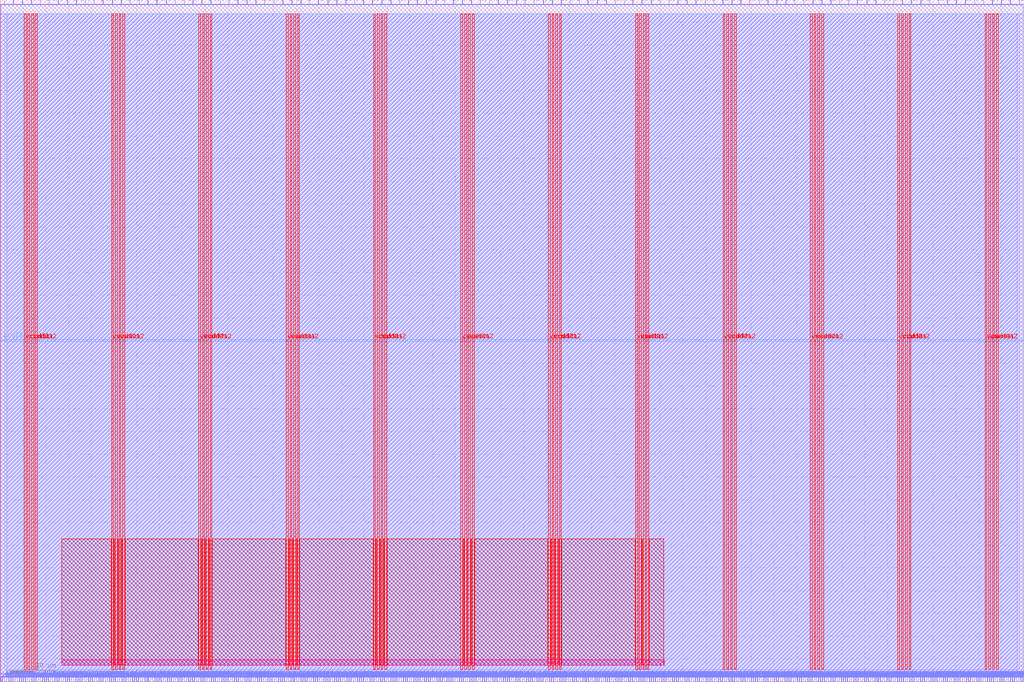
<source format=lef>
VERSION 5.7 ;
  NOWIREEXTENSIONATPIN ON ;
  DIVIDERCHAR "/" ;
  BUSBITCHARS "[]" ;
MACRO user_proj
  CLASS BLOCK ;
  FOREIGN user_proj ;
  ORIGIN 0.000 0.000 ;
  SIZE 900.000 BY 600.000 ;
  PIN io_in[0]
    DIRECTION INPUT ;
    USE SIGNAL ;
    PORT
      LAYER met2 ;
        RECT 3.770 596.000 4.050 600.000 ;
    END
  END io_in[0]
  PIN io_in[10]
    DIRECTION INPUT ;
    USE SIGNAL ;
    PORT
      LAYER met2 ;
        RECT 240.670 596.000 240.950 600.000 ;
    END
  END io_in[10]
  PIN io_in[11]
    DIRECTION INPUT ;
    USE SIGNAL ;
    PORT
      LAYER met2 ;
        RECT 264.130 596.000 264.410 600.000 ;
    END
  END io_in[11]
  PIN io_in[12]
    DIRECTION INPUT ;
    USE SIGNAL ;
    PORT
      LAYER met2 ;
        RECT 288.050 596.000 288.330 600.000 ;
    END
  END io_in[12]
  PIN io_in[13]
    DIRECTION INPUT ;
    USE SIGNAL ;
    PORT
      LAYER met2 ;
        RECT 311.510 596.000 311.790 600.000 ;
    END
  END io_in[13]
  PIN io_in[14]
    DIRECTION INPUT ;
    USE SIGNAL ;
    PORT
      LAYER met2 ;
        RECT 335.430 596.000 335.710 600.000 ;
    END
  END io_in[14]
  PIN io_in[15]
    DIRECTION INPUT ;
    USE SIGNAL ;
    PORT
      LAYER met2 ;
        RECT 358.890 596.000 359.170 600.000 ;
    END
  END io_in[15]
  PIN io_in[16]
    DIRECTION INPUT ;
    USE SIGNAL ;
    PORT
      LAYER met2 ;
        RECT 382.810 596.000 383.090 600.000 ;
    END
  END io_in[16]
  PIN io_in[17]
    DIRECTION INPUT ;
    USE SIGNAL ;
    PORT
      LAYER met2 ;
        RECT 406.270 596.000 406.550 600.000 ;
    END
  END io_in[17]
  PIN io_in[18]
    DIRECTION INPUT ;
    USE SIGNAL ;
    PORT
      LAYER met2 ;
        RECT 430.190 596.000 430.470 600.000 ;
    END
  END io_in[18]
  PIN io_in[19]
    DIRECTION INPUT ;
    USE SIGNAL ;
    PORT
      LAYER met2 ;
        RECT 453.650 596.000 453.930 600.000 ;
    END
  END io_in[19]
  PIN io_in[1]
    DIRECTION INPUT ;
    USE SIGNAL ;
    PORT
      LAYER met2 ;
        RECT 27.230 596.000 27.510 600.000 ;
    END
  END io_in[1]
  PIN io_in[20]
    DIRECTION INPUT ;
    USE SIGNAL ;
    PORT
      LAYER met2 ;
        RECT 477.570 596.000 477.850 600.000 ;
    END
  END io_in[20]
  PIN io_in[21]
    DIRECTION INPUT ;
    USE SIGNAL ;
    PORT
      LAYER met2 ;
        RECT 501.030 596.000 501.310 600.000 ;
    END
  END io_in[21]
  PIN io_in[22]
    DIRECTION INPUT ;
    USE SIGNAL ;
    PORT
      LAYER met2 ;
        RECT 524.950 596.000 525.230 600.000 ;
    END
  END io_in[22]
  PIN io_in[23]
    DIRECTION INPUT ;
    USE SIGNAL ;
    PORT
      LAYER met2 ;
        RECT 548.410 596.000 548.690 600.000 ;
    END
  END io_in[23]
  PIN io_in[24]
    DIRECTION INPUT ;
    USE SIGNAL ;
    PORT
      LAYER met2 ;
        RECT 572.330 596.000 572.610 600.000 ;
    END
  END io_in[24]
  PIN io_in[25]
    DIRECTION INPUT ;
    USE SIGNAL ;
    PORT
      LAYER met2 ;
        RECT 595.790 596.000 596.070 600.000 ;
    END
  END io_in[25]
  PIN io_in[26]
    DIRECTION INPUT ;
    USE SIGNAL ;
    PORT
      LAYER met2 ;
        RECT 619.710 596.000 619.990 600.000 ;
    END
  END io_in[26]
  PIN io_in[27]
    DIRECTION INPUT ;
    USE SIGNAL ;
    PORT
      LAYER met2 ;
        RECT 643.170 596.000 643.450 600.000 ;
    END
  END io_in[27]
  PIN io_in[28]
    DIRECTION INPUT ;
    USE SIGNAL ;
    PORT
      LAYER met2 ;
        RECT 667.090 596.000 667.370 600.000 ;
    END
  END io_in[28]
  PIN io_in[29]
    DIRECTION INPUT ;
    USE SIGNAL ;
    PORT
      LAYER met2 ;
        RECT 690.550 596.000 690.830 600.000 ;
    END
  END io_in[29]
  PIN io_in[2]
    DIRECTION INPUT ;
    USE SIGNAL ;
    PORT
      LAYER met2 ;
        RECT 51.150 596.000 51.430 600.000 ;
    END
  END io_in[2]
  PIN io_in[30]
    DIRECTION INPUT ;
    USE SIGNAL ;
    PORT
      LAYER met2 ;
        RECT 714.470 596.000 714.750 600.000 ;
    END
  END io_in[30]
  PIN io_in[31]
    DIRECTION INPUT ;
    USE SIGNAL ;
    PORT
      LAYER met2 ;
        RECT 737.930 596.000 738.210 600.000 ;
    END
  END io_in[31]
  PIN io_in[32]
    DIRECTION INPUT ;
    USE SIGNAL ;
    PORT
      LAYER met2 ;
        RECT 761.850 596.000 762.130 600.000 ;
    END
  END io_in[32]
  PIN io_in[33]
    DIRECTION INPUT ;
    USE SIGNAL ;
    PORT
      LAYER met2 ;
        RECT 785.310 596.000 785.590 600.000 ;
    END
  END io_in[33]
  PIN io_in[34]
    DIRECTION INPUT ;
    USE SIGNAL ;
    PORT
      LAYER met2 ;
        RECT 809.230 596.000 809.510 600.000 ;
    END
  END io_in[34]
  PIN io_in[35]
    DIRECTION INPUT ;
    USE SIGNAL ;
    PORT
      LAYER met2 ;
        RECT 832.690 596.000 832.970 600.000 ;
    END
  END io_in[35]
  PIN io_in[36]
    DIRECTION INPUT ;
    USE SIGNAL ;
    PORT
      LAYER met2 ;
        RECT 856.610 596.000 856.890 600.000 ;
    END
  END io_in[36]
  PIN io_in[37]
    DIRECTION INPUT ;
    USE SIGNAL ;
    PORT
      LAYER met2 ;
        RECT 880.070 596.000 880.350 600.000 ;
    END
  END io_in[37]
  PIN io_in[3]
    DIRECTION INPUT ;
    USE SIGNAL ;
    PORT
      LAYER met2 ;
        RECT 74.610 596.000 74.890 600.000 ;
    END
  END io_in[3]
  PIN io_in[4]
    DIRECTION INPUT ;
    USE SIGNAL ;
    PORT
      LAYER met2 ;
        RECT 98.530 596.000 98.810 600.000 ;
    END
  END io_in[4]
  PIN io_in[5]
    DIRECTION INPUT ;
    USE SIGNAL ;
    PORT
      LAYER met2 ;
        RECT 121.990 596.000 122.270 600.000 ;
    END
  END io_in[5]
  PIN io_in[6]
    DIRECTION INPUT ;
    USE SIGNAL ;
    PORT
      LAYER met2 ;
        RECT 145.910 596.000 146.190 600.000 ;
    END
  END io_in[6]
  PIN io_in[7]
    DIRECTION INPUT ;
    USE SIGNAL ;
    PORT
      LAYER met2 ;
        RECT 169.370 596.000 169.650 600.000 ;
    END
  END io_in[7]
  PIN io_in[8]
    DIRECTION INPUT ;
    USE SIGNAL ;
    PORT
      LAYER met2 ;
        RECT 193.290 596.000 193.570 600.000 ;
    END
  END io_in[8]
  PIN io_in[9]
    DIRECTION INPUT ;
    USE SIGNAL ;
    PORT
      LAYER met2 ;
        RECT 216.750 596.000 217.030 600.000 ;
    END
  END io_in[9]
  PIN io_oeb[0]
    DIRECTION OUTPUT TRISTATE ;
    USE SIGNAL ;
    PORT
      LAYER met2 ;
        RECT 11.590 596.000 11.870 600.000 ;
    END
  END io_oeb[0]
  PIN io_oeb[10]
    DIRECTION OUTPUT TRISTATE ;
    USE SIGNAL ;
    PORT
      LAYER met2 ;
        RECT 248.490 596.000 248.770 600.000 ;
    END
  END io_oeb[10]
  PIN io_oeb[11]
    DIRECTION OUTPUT TRISTATE ;
    USE SIGNAL ;
    PORT
      LAYER met2 ;
        RECT 271.950 596.000 272.230 600.000 ;
    END
  END io_oeb[11]
  PIN io_oeb[12]
    DIRECTION OUTPUT TRISTATE ;
    USE SIGNAL ;
    PORT
      LAYER met2 ;
        RECT 295.870 596.000 296.150 600.000 ;
    END
  END io_oeb[12]
  PIN io_oeb[13]
    DIRECTION OUTPUT TRISTATE ;
    USE SIGNAL ;
    PORT
      LAYER met2 ;
        RECT 319.330 596.000 319.610 600.000 ;
    END
  END io_oeb[13]
  PIN io_oeb[14]
    DIRECTION OUTPUT TRISTATE ;
    USE SIGNAL ;
    PORT
      LAYER met2 ;
        RECT 343.250 596.000 343.530 600.000 ;
    END
  END io_oeb[14]
  PIN io_oeb[15]
    DIRECTION OUTPUT TRISTATE ;
    USE SIGNAL ;
    PORT
      LAYER met2 ;
        RECT 366.710 596.000 366.990 600.000 ;
    END
  END io_oeb[15]
  PIN io_oeb[16]
    DIRECTION OUTPUT TRISTATE ;
    USE SIGNAL ;
    PORT
      LAYER met2 ;
        RECT 390.630 596.000 390.910 600.000 ;
    END
  END io_oeb[16]
  PIN io_oeb[17]
    DIRECTION OUTPUT TRISTATE ;
    USE SIGNAL ;
    PORT
      LAYER met2 ;
        RECT 414.090 596.000 414.370 600.000 ;
    END
  END io_oeb[17]
  PIN io_oeb[18]
    DIRECTION OUTPUT TRISTATE ;
    USE SIGNAL ;
    PORT
      LAYER met2 ;
        RECT 438.010 596.000 438.290 600.000 ;
    END
  END io_oeb[18]
  PIN io_oeb[19]
    DIRECTION OUTPUT TRISTATE ;
    USE SIGNAL ;
    PORT
      LAYER met2 ;
        RECT 461.470 596.000 461.750 600.000 ;
    END
  END io_oeb[19]
  PIN io_oeb[1]
    DIRECTION OUTPUT TRISTATE ;
    USE SIGNAL ;
    PORT
      LAYER met2 ;
        RECT 35.050 596.000 35.330 600.000 ;
    END
  END io_oeb[1]
  PIN io_oeb[20]
    DIRECTION OUTPUT TRISTATE ;
    USE SIGNAL ;
    PORT
      LAYER met2 ;
        RECT 485.390 596.000 485.670 600.000 ;
    END
  END io_oeb[20]
  PIN io_oeb[21]
    DIRECTION OUTPUT TRISTATE ;
    USE SIGNAL ;
    PORT
      LAYER met2 ;
        RECT 508.850 596.000 509.130 600.000 ;
    END
  END io_oeb[21]
  PIN io_oeb[22]
    DIRECTION OUTPUT TRISTATE ;
    USE SIGNAL ;
    PORT
      LAYER met2 ;
        RECT 532.770 596.000 533.050 600.000 ;
    END
  END io_oeb[22]
  PIN io_oeb[23]
    DIRECTION OUTPUT TRISTATE ;
    USE SIGNAL ;
    PORT
      LAYER met2 ;
        RECT 556.230 596.000 556.510 600.000 ;
    END
  END io_oeb[23]
  PIN io_oeb[24]
    DIRECTION OUTPUT TRISTATE ;
    USE SIGNAL ;
    PORT
      LAYER met2 ;
        RECT 580.150 596.000 580.430 600.000 ;
    END
  END io_oeb[24]
  PIN io_oeb[25]
    DIRECTION OUTPUT TRISTATE ;
    USE SIGNAL ;
    PORT
      LAYER met2 ;
        RECT 603.610 596.000 603.890 600.000 ;
    END
  END io_oeb[25]
  PIN io_oeb[26]
    DIRECTION OUTPUT TRISTATE ;
    USE SIGNAL ;
    PORT
      LAYER met2 ;
        RECT 627.530 596.000 627.810 600.000 ;
    END
  END io_oeb[26]
  PIN io_oeb[27]
    DIRECTION OUTPUT TRISTATE ;
    USE SIGNAL ;
    PORT
      LAYER met2 ;
        RECT 650.990 596.000 651.270 600.000 ;
    END
  END io_oeb[27]
  PIN io_oeb[28]
    DIRECTION OUTPUT TRISTATE ;
    USE SIGNAL ;
    PORT
      LAYER met2 ;
        RECT 674.910 596.000 675.190 600.000 ;
    END
  END io_oeb[28]
  PIN io_oeb[29]
    DIRECTION OUTPUT TRISTATE ;
    USE SIGNAL ;
    PORT
      LAYER met2 ;
        RECT 698.370 596.000 698.650 600.000 ;
    END
  END io_oeb[29]
  PIN io_oeb[2]
    DIRECTION OUTPUT TRISTATE ;
    USE SIGNAL ;
    PORT
      LAYER met2 ;
        RECT 58.970 596.000 59.250 600.000 ;
    END
  END io_oeb[2]
  PIN io_oeb[30]
    DIRECTION OUTPUT TRISTATE ;
    USE SIGNAL ;
    PORT
      LAYER met2 ;
        RECT 722.290 596.000 722.570 600.000 ;
    END
  END io_oeb[30]
  PIN io_oeb[31]
    DIRECTION OUTPUT TRISTATE ;
    USE SIGNAL ;
    PORT
      LAYER met2 ;
        RECT 745.750 596.000 746.030 600.000 ;
    END
  END io_oeb[31]
  PIN io_oeb[32]
    DIRECTION OUTPUT TRISTATE ;
    USE SIGNAL ;
    PORT
      LAYER met2 ;
        RECT 769.670 596.000 769.950 600.000 ;
    END
  END io_oeb[32]
  PIN io_oeb[33]
    DIRECTION OUTPUT TRISTATE ;
    USE SIGNAL ;
    PORT
      LAYER met2 ;
        RECT 793.130 596.000 793.410 600.000 ;
    END
  END io_oeb[33]
  PIN io_oeb[34]
    DIRECTION OUTPUT TRISTATE ;
    USE SIGNAL ;
    PORT
      LAYER met2 ;
        RECT 817.050 596.000 817.330 600.000 ;
    END
  END io_oeb[34]
  PIN io_oeb[35]
    DIRECTION OUTPUT TRISTATE ;
    USE SIGNAL ;
    PORT
      LAYER met2 ;
        RECT 840.510 596.000 840.790 600.000 ;
    END
  END io_oeb[35]
  PIN io_oeb[36]
    DIRECTION OUTPUT TRISTATE ;
    USE SIGNAL ;
    PORT
      LAYER met2 ;
        RECT 864.430 596.000 864.710 600.000 ;
    END
  END io_oeb[36]
  PIN io_oeb[37]
    DIRECTION OUTPUT TRISTATE ;
    USE SIGNAL ;
    PORT
      LAYER met2 ;
        RECT 887.890 596.000 888.170 600.000 ;
    END
  END io_oeb[37]
  PIN io_oeb[3]
    DIRECTION OUTPUT TRISTATE ;
    USE SIGNAL ;
    PORT
      LAYER met2 ;
        RECT 82.430 596.000 82.710 600.000 ;
    END
  END io_oeb[3]
  PIN io_oeb[4]
    DIRECTION OUTPUT TRISTATE ;
    USE SIGNAL ;
    PORT
      LAYER met2 ;
        RECT 106.350 596.000 106.630 600.000 ;
    END
  END io_oeb[4]
  PIN io_oeb[5]
    DIRECTION OUTPUT TRISTATE ;
    USE SIGNAL ;
    PORT
      LAYER met2 ;
        RECT 129.810 596.000 130.090 600.000 ;
    END
  END io_oeb[5]
  PIN io_oeb[6]
    DIRECTION OUTPUT TRISTATE ;
    USE SIGNAL ;
    PORT
      LAYER met2 ;
        RECT 153.730 596.000 154.010 600.000 ;
    END
  END io_oeb[6]
  PIN io_oeb[7]
    DIRECTION OUTPUT TRISTATE ;
    USE SIGNAL ;
    PORT
      LAYER met2 ;
        RECT 177.190 596.000 177.470 600.000 ;
    END
  END io_oeb[7]
  PIN io_oeb[8]
    DIRECTION OUTPUT TRISTATE ;
    USE SIGNAL ;
    PORT
      LAYER met2 ;
        RECT 201.110 596.000 201.390 600.000 ;
    END
  END io_oeb[8]
  PIN io_oeb[9]
    DIRECTION OUTPUT TRISTATE ;
    USE SIGNAL ;
    PORT
      LAYER met2 ;
        RECT 224.570 596.000 224.850 600.000 ;
    END
  END io_oeb[9]
  PIN io_out[0]
    DIRECTION OUTPUT TRISTATE ;
    USE SIGNAL ;
    PORT
      LAYER met2 ;
        RECT 19.410 596.000 19.690 600.000 ;
    END
  END io_out[0]
  PIN io_out[10]
    DIRECTION OUTPUT TRISTATE ;
    USE SIGNAL ;
    PORT
      LAYER met2 ;
        RECT 256.310 596.000 256.590 600.000 ;
    END
  END io_out[10]
  PIN io_out[11]
    DIRECTION OUTPUT TRISTATE ;
    USE SIGNAL ;
    PORT
      LAYER met2 ;
        RECT 279.770 596.000 280.050 600.000 ;
    END
  END io_out[11]
  PIN io_out[12]
    DIRECTION OUTPUT TRISTATE ;
    USE SIGNAL ;
    PORT
      LAYER met2 ;
        RECT 303.690 596.000 303.970 600.000 ;
    END
  END io_out[12]
  PIN io_out[13]
    DIRECTION OUTPUT TRISTATE ;
    USE SIGNAL ;
    PORT
      LAYER met2 ;
        RECT 327.150 596.000 327.430 600.000 ;
    END
  END io_out[13]
  PIN io_out[14]
    DIRECTION OUTPUT TRISTATE ;
    USE SIGNAL ;
    PORT
      LAYER met2 ;
        RECT 351.070 596.000 351.350 600.000 ;
    END
  END io_out[14]
  PIN io_out[15]
    DIRECTION OUTPUT TRISTATE ;
    USE SIGNAL ;
    PORT
      LAYER met2 ;
        RECT 374.530 596.000 374.810 600.000 ;
    END
  END io_out[15]
  PIN io_out[16]
    DIRECTION OUTPUT TRISTATE ;
    USE SIGNAL ;
    PORT
      LAYER met2 ;
        RECT 398.450 596.000 398.730 600.000 ;
    END
  END io_out[16]
  PIN io_out[17]
    DIRECTION OUTPUT TRISTATE ;
    USE SIGNAL ;
    PORT
      LAYER met2 ;
        RECT 421.910 596.000 422.190 600.000 ;
    END
  END io_out[17]
  PIN io_out[18]
    DIRECTION OUTPUT TRISTATE ;
    USE SIGNAL ;
    PORT
      LAYER met2 ;
        RECT 445.830 596.000 446.110 600.000 ;
    END
  END io_out[18]
  PIN io_out[19]
    DIRECTION OUTPUT TRISTATE ;
    USE SIGNAL ;
    PORT
      LAYER met2 ;
        RECT 469.290 596.000 469.570 600.000 ;
    END
  END io_out[19]
  PIN io_out[1]
    DIRECTION OUTPUT TRISTATE ;
    USE SIGNAL ;
    PORT
      LAYER met2 ;
        RECT 42.870 596.000 43.150 600.000 ;
    END
  END io_out[1]
  PIN io_out[20]
    DIRECTION OUTPUT TRISTATE ;
    USE SIGNAL ;
    PORT
      LAYER met2 ;
        RECT 493.210 596.000 493.490 600.000 ;
    END
  END io_out[20]
  PIN io_out[21]
    DIRECTION OUTPUT TRISTATE ;
    USE SIGNAL ;
    PORT
      LAYER met2 ;
        RECT 516.670 596.000 516.950 600.000 ;
    END
  END io_out[21]
  PIN io_out[22]
    DIRECTION OUTPUT TRISTATE ;
    USE SIGNAL ;
    PORT
      LAYER met2 ;
        RECT 540.590 596.000 540.870 600.000 ;
    END
  END io_out[22]
  PIN io_out[23]
    DIRECTION OUTPUT TRISTATE ;
    USE SIGNAL ;
    PORT
      LAYER met2 ;
        RECT 564.050 596.000 564.330 600.000 ;
    END
  END io_out[23]
  PIN io_out[24]
    DIRECTION OUTPUT TRISTATE ;
    USE SIGNAL ;
    PORT
      LAYER met2 ;
        RECT 587.970 596.000 588.250 600.000 ;
    END
  END io_out[24]
  PIN io_out[25]
    DIRECTION OUTPUT TRISTATE ;
    USE SIGNAL ;
    PORT
      LAYER met2 ;
        RECT 611.430 596.000 611.710 600.000 ;
    END
  END io_out[25]
  PIN io_out[26]
    DIRECTION OUTPUT TRISTATE ;
    USE SIGNAL ;
    PORT
      LAYER met2 ;
        RECT 635.350 596.000 635.630 600.000 ;
    END
  END io_out[26]
  PIN io_out[27]
    DIRECTION OUTPUT TRISTATE ;
    USE SIGNAL ;
    PORT
      LAYER met2 ;
        RECT 658.810 596.000 659.090 600.000 ;
    END
  END io_out[27]
  PIN io_out[28]
    DIRECTION OUTPUT TRISTATE ;
    USE SIGNAL ;
    PORT
      LAYER met2 ;
        RECT 682.730 596.000 683.010 600.000 ;
    END
  END io_out[28]
  PIN io_out[29]
    DIRECTION OUTPUT TRISTATE ;
    USE SIGNAL ;
    PORT
      LAYER met2 ;
        RECT 706.190 596.000 706.470 600.000 ;
    END
  END io_out[29]
  PIN io_out[2]
    DIRECTION OUTPUT TRISTATE ;
    USE SIGNAL ;
    PORT
      LAYER met2 ;
        RECT 66.790 596.000 67.070 600.000 ;
    END
  END io_out[2]
  PIN io_out[30]
    DIRECTION OUTPUT TRISTATE ;
    USE SIGNAL ;
    PORT
      LAYER met2 ;
        RECT 730.110 596.000 730.390 600.000 ;
    END
  END io_out[30]
  PIN io_out[31]
    DIRECTION OUTPUT TRISTATE ;
    USE SIGNAL ;
    PORT
      LAYER met2 ;
        RECT 753.570 596.000 753.850 600.000 ;
    END
  END io_out[31]
  PIN io_out[32]
    DIRECTION OUTPUT TRISTATE ;
    USE SIGNAL ;
    PORT
      LAYER met2 ;
        RECT 777.490 596.000 777.770 600.000 ;
    END
  END io_out[32]
  PIN io_out[33]
    DIRECTION OUTPUT TRISTATE ;
    USE SIGNAL ;
    PORT
      LAYER met2 ;
        RECT 800.950 596.000 801.230 600.000 ;
    END
  END io_out[33]
  PIN io_out[34]
    DIRECTION OUTPUT TRISTATE ;
    USE SIGNAL ;
    PORT
      LAYER met2 ;
        RECT 824.870 596.000 825.150 600.000 ;
    END
  END io_out[34]
  PIN io_out[35]
    DIRECTION OUTPUT TRISTATE ;
    USE SIGNAL ;
    PORT
      LAYER met2 ;
        RECT 848.330 596.000 848.610 600.000 ;
    END
  END io_out[35]
  PIN io_out[36]
    DIRECTION OUTPUT TRISTATE ;
    USE SIGNAL ;
    PORT
      LAYER met2 ;
        RECT 872.250 596.000 872.530 600.000 ;
    END
  END io_out[36]
  PIN io_out[37]
    DIRECTION OUTPUT TRISTATE ;
    USE SIGNAL ;
    PORT
      LAYER met2 ;
        RECT 895.710 596.000 895.990 600.000 ;
    END
  END io_out[37]
  PIN io_out[3]
    DIRECTION OUTPUT TRISTATE ;
    USE SIGNAL ;
    PORT
      LAYER met2 ;
        RECT 90.250 596.000 90.530 600.000 ;
    END
  END io_out[3]
  PIN io_out[4]
    DIRECTION OUTPUT TRISTATE ;
    USE SIGNAL ;
    PORT
      LAYER met2 ;
        RECT 114.170 596.000 114.450 600.000 ;
    END
  END io_out[4]
  PIN io_out[5]
    DIRECTION OUTPUT TRISTATE ;
    USE SIGNAL ;
    PORT
      LAYER met2 ;
        RECT 137.630 596.000 137.910 600.000 ;
    END
  END io_out[5]
  PIN io_out[6]
    DIRECTION OUTPUT TRISTATE ;
    USE SIGNAL ;
    PORT
      LAYER met2 ;
        RECT 161.550 596.000 161.830 600.000 ;
    END
  END io_out[6]
  PIN io_out[7]
    DIRECTION OUTPUT TRISTATE ;
    USE SIGNAL ;
    PORT
      LAYER met2 ;
        RECT 185.010 596.000 185.290 600.000 ;
    END
  END io_out[7]
  PIN io_out[8]
    DIRECTION OUTPUT TRISTATE ;
    USE SIGNAL ;
    PORT
      LAYER met2 ;
        RECT 208.930 596.000 209.210 600.000 ;
    END
  END io_out[8]
  PIN io_out[9]
    DIRECTION OUTPUT TRISTATE ;
    USE SIGNAL ;
    PORT
      LAYER met2 ;
        RECT 232.390 596.000 232.670 600.000 ;
    END
  END io_out[9]
  PIN irq[0]
    DIRECTION OUTPUT TRISTATE ;
    USE SIGNAL ;
    PORT
      LAYER met3 ;
        RECT 896.000 299.920 900.000 300.520 ;
    END
  END irq[0]
  PIN irq[1]
    DIRECTION OUTPUT TRISTATE ;
    USE SIGNAL ;
    PORT
      LAYER met2 ;
        RECT 898.930 0.000 899.210 4.000 ;
    END
  END irq[1]
  PIN irq[2]
    DIRECTION OUTPUT TRISTATE ;
    USE SIGNAL ;
    PORT
      LAYER met3 ;
        RECT 0.000 299.920 4.000 300.520 ;
    END
  END irq[2]
  PIN la_data_in[0]
    DIRECTION INPUT ;
    USE SIGNAL ;
    PORT
      LAYER met2 ;
        RECT 194.670 0.000 194.950 4.000 ;
    END
  END la_data_in[0]
  PIN la_data_in[100]
    DIRECTION INPUT ;
    USE SIGNAL ;
    PORT
      LAYER met2 ;
        RECT 744.830 0.000 745.110 4.000 ;
    END
  END la_data_in[100]
  PIN la_data_in[101]
    DIRECTION INPUT ;
    USE SIGNAL ;
    PORT
      LAYER met2 ;
        RECT 750.350 0.000 750.630 4.000 ;
    END
  END la_data_in[101]
  PIN la_data_in[102]
    DIRECTION INPUT ;
    USE SIGNAL ;
    PORT
      LAYER met2 ;
        RECT 755.870 0.000 756.150 4.000 ;
    END
  END la_data_in[102]
  PIN la_data_in[103]
    DIRECTION INPUT ;
    USE SIGNAL ;
    PORT
      LAYER met2 ;
        RECT 761.390 0.000 761.670 4.000 ;
    END
  END la_data_in[103]
  PIN la_data_in[104]
    DIRECTION INPUT ;
    USE SIGNAL ;
    PORT
      LAYER met2 ;
        RECT 766.910 0.000 767.190 4.000 ;
    END
  END la_data_in[104]
  PIN la_data_in[105]
    DIRECTION INPUT ;
    USE SIGNAL ;
    PORT
      LAYER met2 ;
        RECT 771.970 0.000 772.250 4.000 ;
    END
  END la_data_in[105]
  PIN la_data_in[106]
    DIRECTION INPUT ;
    USE SIGNAL ;
    PORT
      LAYER met2 ;
        RECT 777.490 0.000 777.770 4.000 ;
    END
  END la_data_in[106]
  PIN la_data_in[107]
    DIRECTION INPUT ;
    USE SIGNAL ;
    PORT
      LAYER met2 ;
        RECT 783.010 0.000 783.290 4.000 ;
    END
  END la_data_in[107]
  PIN la_data_in[108]
    DIRECTION INPUT ;
    USE SIGNAL ;
    PORT
      LAYER met2 ;
        RECT 788.530 0.000 788.810 4.000 ;
    END
  END la_data_in[108]
  PIN la_data_in[109]
    DIRECTION INPUT ;
    USE SIGNAL ;
    PORT
      LAYER met2 ;
        RECT 794.050 0.000 794.330 4.000 ;
    END
  END la_data_in[109]
  PIN la_data_in[10]
    DIRECTION INPUT ;
    USE SIGNAL ;
    PORT
      LAYER met2 ;
        RECT 249.870 0.000 250.150 4.000 ;
    END
  END la_data_in[10]
  PIN la_data_in[110]
    DIRECTION INPUT ;
    USE SIGNAL ;
    PORT
      LAYER met2 ;
        RECT 799.570 0.000 799.850 4.000 ;
    END
  END la_data_in[110]
  PIN la_data_in[111]
    DIRECTION INPUT ;
    USE SIGNAL ;
    PORT
      LAYER met2 ;
        RECT 805.090 0.000 805.370 4.000 ;
    END
  END la_data_in[111]
  PIN la_data_in[112]
    DIRECTION INPUT ;
    USE SIGNAL ;
    PORT
      LAYER met2 ;
        RECT 810.610 0.000 810.890 4.000 ;
    END
  END la_data_in[112]
  PIN la_data_in[113]
    DIRECTION INPUT ;
    USE SIGNAL ;
    PORT
      LAYER met2 ;
        RECT 816.130 0.000 816.410 4.000 ;
    END
  END la_data_in[113]
  PIN la_data_in[114]
    DIRECTION INPUT ;
    USE SIGNAL ;
    PORT
      LAYER met2 ;
        RECT 821.650 0.000 821.930 4.000 ;
    END
  END la_data_in[114]
  PIN la_data_in[115]
    DIRECTION INPUT ;
    USE SIGNAL ;
    PORT
      LAYER met2 ;
        RECT 827.170 0.000 827.450 4.000 ;
    END
  END la_data_in[115]
  PIN la_data_in[116]
    DIRECTION INPUT ;
    USE SIGNAL ;
    PORT
      LAYER met2 ;
        RECT 832.690 0.000 832.970 4.000 ;
    END
  END la_data_in[116]
  PIN la_data_in[117]
    DIRECTION INPUT ;
    USE SIGNAL ;
    PORT
      LAYER met2 ;
        RECT 838.210 0.000 838.490 4.000 ;
    END
  END la_data_in[117]
  PIN la_data_in[118]
    DIRECTION INPUT ;
    USE SIGNAL ;
    PORT
      LAYER met2 ;
        RECT 843.730 0.000 844.010 4.000 ;
    END
  END la_data_in[118]
  PIN la_data_in[119]
    DIRECTION INPUT ;
    USE SIGNAL ;
    PORT
      LAYER met2 ;
        RECT 849.250 0.000 849.530 4.000 ;
    END
  END la_data_in[119]
  PIN la_data_in[11]
    DIRECTION INPUT ;
    USE SIGNAL ;
    PORT
      LAYER met2 ;
        RECT 255.390 0.000 255.670 4.000 ;
    END
  END la_data_in[11]
  PIN la_data_in[120]
    DIRECTION INPUT ;
    USE SIGNAL ;
    PORT
      LAYER met2 ;
        RECT 854.770 0.000 855.050 4.000 ;
    END
  END la_data_in[120]
  PIN la_data_in[121]
    DIRECTION INPUT ;
    USE SIGNAL ;
    PORT
      LAYER met2 ;
        RECT 860.290 0.000 860.570 4.000 ;
    END
  END la_data_in[121]
  PIN la_data_in[122]
    DIRECTION INPUT ;
    USE SIGNAL ;
    PORT
      LAYER met2 ;
        RECT 865.810 0.000 866.090 4.000 ;
    END
  END la_data_in[122]
  PIN la_data_in[123]
    DIRECTION INPUT ;
    USE SIGNAL ;
    PORT
      LAYER met2 ;
        RECT 871.330 0.000 871.610 4.000 ;
    END
  END la_data_in[123]
  PIN la_data_in[124]
    DIRECTION INPUT ;
    USE SIGNAL ;
    PORT
      LAYER met2 ;
        RECT 876.850 0.000 877.130 4.000 ;
    END
  END la_data_in[124]
  PIN la_data_in[125]
    DIRECTION INPUT ;
    USE SIGNAL ;
    PORT
      LAYER met2 ;
        RECT 882.370 0.000 882.650 4.000 ;
    END
  END la_data_in[125]
  PIN la_data_in[126]
    DIRECTION INPUT ;
    USE SIGNAL ;
    PORT
      LAYER met2 ;
        RECT 887.890 0.000 888.170 4.000 ;
    END
  END la_data_in[126]
  PIN la_data_in[127]
    DIRECTION INPUT ;
    USE SIGNAL ;
    PORT
      LAYER met2 ;
        RECT 893.410 0.000 893.690 4.000 ;
    END
  END la_data_in[127]
  PIN la_data_in[12]
    DIRECTION INPUT ;
    USE SIGNAL ;
    PORT
      LAYER met2 ;
        RECT 260.450 0.000 260.730 4.000 ;
    END
  END la_data_in[12]
  PIN la_data_in[13]
    DIRECTION INPUT ;
    USE SIGNAL ;
    PORT
      LAYER met2 ;
        RECT 265.970 0.000 266.250 4.000 ;
    END
  END la_data_in[13]
  PIN la_data_in[14]
    DIRECTION INPUT ;
    USE SIGNAL ;
    PORT
      LAYER met2 ;
        RECT 271.490 0.000 271.770 4.000 ;
    END
  END la_data_in[14]
  PIN la_data_in[15]
    DIRECTION INPUT ;
    USE SIGNAL ;
    PORT
      LAYER met2 ;
        RECT 277.010 0.000 277.290 4.000 ;
    END
  END la_data_in[15]
  PIN la_data_in[16]
    DIRECTION INPUT ;
    USE SIGNAL ;
    PORT
      LAYER met2 ;
        RECT 282.530 0.000 282.810 4.000 ;
    END
  END la_data_in[16]
  PIN la_data_in[17]
    DIRECTION INPUT ;
    USE SIGNAL ;
    PORT
      LAYER met2 ;
        RECT 288.050 0.000 288.330 4.000 ;
    END
  END la_data_in[17]
  PIN la_data_in[18]
    DIRECTION INPUT ;
    USE SIGNAL ;
    PORT
      LAYER met2 ;
        RECT 293.570 0.000 293.850 4.000 ;
    END
  END la_data_in[18]
  PIN la_data_in[19]
    DIRECTION INPUT ;
    USE SIGNAL ;
    PORT
      LAYER met2 ;
        RECT 299.090 0.000 299.370 4.000 ;
    END
  END la_data_in[19]
  PIN la_data_in[1]
    DIRECTION INPUT ;
    USE SIGNAL ;
    PORT
      LAYER met2 ;
        RECT 200.190 0.000 200.470 4.000 ;
    END
  END la_data_in[1]
  PIN la_data_in[20]
    DIRECTION INPUT ;
    USE SIGNAL ;
    PORT
      LAYER met2 ;
        RECT 304.610 0.000 304.890 4.000 ;
    END
  END la_data_in[20]
  PIN la_data_in[21]
    DIRECTION INPUT ;
    USE SIGNAL ;
    PORT
      LAYER met2 ;
        RECT 310.130 0.000 310.410 4.000 ;
    END
  END la_data_in[21]
  PIN la_data_in[22]
    DIRECTION INPUT ;
    USE SIGNAL ;
    PORT
      LAYER met2 ;
        RECT 315.650 0.000 315.930 4.000 ;
    END
  END la_data_in[22]
  PIN la_data_in[23]
    DIRECTION INPUT ;
    USE SIGNAL ;
    PORT
      LAYER met2 ;
        RECT 321.170 0.000 321.450 4.000 ;
    END
  END la_data_in[23]
  PIN la_data_in[24]
    DIRECTION INPUT ;
    USE SIGNAL ;
    PORT
      LAYER met2 ;
        RECT 326.690 0.000 326.970 4.000 ;
    END
  END la_data_in[24]
  PIN la_data_in[25]
    DIRECTION INPUT ;
    USE SIGNAL ;
    PORT
      LAYER met2 ;
        RECT 332.210 0.000 332.490 4.000 ;
    END
  END la_data_in[25]
  PIN la_data_in[26]
    DIRECTION INPUT ;
    USE SIGNAL ;
    PORT
      LAYER met2 ;
        RECT 337.730 0.000 338.010 4.000 ;
    END
  END la_data_in[26]
  PIN la_data_in[27]
    DIRECTION INPUT ;
    USE SIGNAL ;
    PORT
      LAYER met2 ;
        RECT 343.250 0.000 343.530 4.000 ;
    END
  END la_data_in[27]
  PIN la_data_in[28]
    DIRECTION INPUT ;
    USE SIGNAL ;
    PORT
      LAYER met2 ;
        RECT 348.770 0.000 349.050 4.000 ;
    END
  END la_data_in[28]
  PIN la_data_in[29]
    DIRECTION INPUT ;
    USE SIGNAL ;
    PORT
      LAYER met2 ;
        RECT 354.290 0.000 354.570 4.000 ;
    END
  END la_data_in[29]
  PIN la_data_in[2]
    DIRECTION INPUT ;
    USE SIGNAL ;
    PORT
      LAYER met2 ;
        RECT 205.710 0.000 205.990 4.000 ;
    END
  END la_data_in[2]
  PIN la_data_in[30]
    DIRECTION INPUT ;
    USE SIGNAL ;
    PORT
      LAYER met2 ;
        RECT 359.810 0.000 360.090 4.000 ;
    END
  END la_data_in[30]
  PIN la_data_in[31]
    DIRECTION INPUT ;
    USE SIGNAL ;
    PORT
      LAYER met2 ;
        RECT 365.330 0.000 365.610 4.000 ;
    END
  END la_data_in[31]
  PIN la_data_in[32]
    DIRECTION INPUT ;
    USE SIGNAL ;
    PORT
      LAYER met2 ;
        RECT 370.850 0.000 371.130 4.000 ;
    END
  END la_data_in[32]
  PIN la_data_in[33]
    DIRECTION INPUT ;
    USE SIGNAL ;
    PORT
      LAYER met2 ;
        RECT 376.370 0.000 376.650 4.000 ;
    END
  END la_data_in[33]
  PIN la_data_in[34]
    DIRECTION INPUT ;
    USE SIGNAL ;
    PORT
      LAYER met2 ;
        RECT 381.890 0.000 382.170 4.000 ;
    END
  END la_data_in[34]
  PIN la_data_in[35]
    DIRECTION INPUT ;
    USE SIGNAL ;
    PORT
      LAYER met2 ;
        RECT 386.950 0.000 387.230 4.000 ;
    END
  END la_data_in[35]
  PIN la_data_in[36]
    DIRECTION INPUT ;
    USE SIGNAL ;
    PORT
      LAYER met2 ;
        RECT 392.470 0.000 392.750 4.000 ;
    END
  END la_data_in[36]
  PIN la_data_in[37]
    DIRECTION INPUT ;
    USE SIGNAL ;
    PORT
      LAYER met2 ;
        RECT 397.990 0.000 398.270 4.000 ;
    END
  END la_data_in[37]
  PIN la_data_in[38]
    DIRECTION INPUT ;
    USE SIGNAL ;
    PORT
      LAYER met2 ;
        RECT 403.510 0.000 403.790 4.000 ;
    END
  END la_data_in[38]
  PIN la_data_in[39]
    DIRECTION INPUT ;
    USE SIGNAL ;
    PORT
      LAYER met2 ;
        RECT 409.030 0.000 409.310 4.000 ;
    END
  END la_data_in[39]
  PIN la_data_in[3]
    DIRECTION INPUT ;
    USE SIGNAL ;
    PORT
      LAYER met2 ;
        RECT 211.230 0.000 211.510 4.000 ;
    END
  END la_data_in[3]
  PIN la_data_in[40]
    DIRECTION INPUT ;
    USE SIGNAL ;
    PORT
      LAYER met2 ;
        RECT 414.550 0.000 414.830 4.000 ;
    END
  END la_data_in[40]
  PIN la_data_in[41]
    DIRECTION INPUT ;
    USE SIGNAL ;
    PORT
      LAYER met2 ;
        RECT 420.070 0.000 420.350 4.000 ;
    END
  END la_data_in[41]
  PIN la_data_in[42]
    DIRECTION INPUT ;
    USE SIGNAL ;
    PORT
      LAYER met2 ;
        RECT 425.590 0.000 425.870 4.000 ;
    END
  END la_data_in[42]
  PIN la_data_in[43]
    DIRECTION INPUT ;
    USE SIGNAL ;
    PORT
      LAYER met2 ;
        RECT 431.110 0.000 431.390 4.000 ;
    END
  END la_data_in[43]
  PIN la_data_in[44]
    DIRECTION INPUT ;
    USE SIGNAL ;
    PORT
      LAYER met2 ;
        RECT 436.630 0.000 436.910 4.000 ;
    END
  END la_data_in[44]
  PIN la_data_in[45]
    DIRECTION INPUT ;
    USE SIGNAL ;
    PORT
      LAYER met2 ;
        RECT 442.150 0.000 442.430 4.000 ;
    END
  END la_data_in[45]
  PIN la_data_in[46]
    DIRECTION INPUT ;
    USE SIGNAL ;
    PORT
      LAYER met2 ;
        RECT 447.670 0.000 447.950 4.000 ;
    END
  END la_data_in[46]
  PIN la_data_in[47]
    DIRECTION INPUT ;
    USE SIGNAL ;
    PORT
      LAYER met2 ;
        RECT 453.190 0.000 453.470 4.000 ;
    END
  END la_data_in[47]
  PIN la_data_in[48]
    DIRECTION INPUT ;
    USE SIGNAL ;
    PORT
      LAYER met2 ;
        RECT 458.710 0.000 458.990 4.000 ;
    END
  END la_data_in[48]
  PIN la_data_in[49]
    DIRECTION INPUT ;
    USE SIGNAL ;
    PORT
      LAYER met2 ;
        RECT 464.230 0.000 464.510 4.000 ;
    END
  END la_data_in[49]
  PIN la_data_in[4]
    DIRECTION INPUT ;
    USE SIGNAL ;
    PORT
      LAYER met2 ;
        RECT 216.750 0.000 217.030 4.000 ;
    END
  END la_data_in[4]
  PIN la_data_in[50]
    DIRECTION INPUT ;
    USE SIGNAL ;
    PORT
      LAYER met2 ;
        RECT 469.750 0.000 470.030 4.000 ;
    END
  END la_data_in[50]
  PIN la_data_in[51]
    DIRECTION INPUT ;
    USE SIGNAL ;
    PORT
      LAYER met2 ;
        RECT 475.270 0.000 475.550 4.000 ;
    END
  END la_data_in[51]
  PIN la_data_in[52]
    DIRECTION INPUT ;
    USE SIGNAL ;
    PORT
      LAYER met2 ;
        RECT 480.790 0.000 481.070 4.000 ;
    END
  END la_data_in[52]
  PIN la_data_in[53]
    DIRECTION INPUT ;
    USE SIGNAL ;
    PORT
      LAYER met2 ;
        RECT 486.310 0.000 486.590 4.000 ;
    END
  END la_data_in[53]
  PIN la_data_in[54]
    DIRECTION INPUT ;
    USE SIGNAL ;
    PORT
      LAYER met2 ;
        RECT 491.830 0.000 492.110 4.000 ;
    END
  END la_data_in[54]
  PIN la_data_in[55]
    DIRECTION INPUT ;
    USE SIGNAL ;
    PORT
      LAYER met2 ;
        RECT 497.350 0.000 497.630 4.000 ;
    END
  END la_data_in[55]
  PIN la_data_in[56]
    DIRECTION INPUT ;
    USE SIGNAL ;
    PORT
      LAYER met2 ;
        RECT 502.870 0.000 503.150 4.000 ;
    END
  END la_data_in[56]
  PIN la_data_in[57]
    DIRECTION INPUT ;
    USE SIGNAL ;
    PORT
      LAYER met2 ;
        RECT 508.390 0.000 508.670 4.000 ;
    END
  END la_data_in[57]
  PIN la_data_in[58]
    DIRECTION INPUT ;
    USE SIGNAL ;
    PORT
      LAYER met2 ;
        RECT 513.910 0.000 514.190 4.000 ;
    END
  END la_data_in[58]
  PIN la_data_in[59]
    DIRECTION INPUT ;
    USE SIGNAL ;
    PORT
      LAYER met2 ;
        RECT 518.970 0.000 519.250 4.000 ;
    END
  END la_data_in[59]
  PIN la_data_in[5]
    DIRECTION INPUT ;
    USE SIGNAL ;
    PORT
      LAYER met2 ;
        RECT 222.270 0.000 222.550 4.000 ;
    END
  END la_data_in[5]
  PIN la_data_in[60]
    DIRECTION INPUT ;
    USE SIGNAL ;
    PORT
      LAYER met2 ;
        RECT 524.490 0.000 524.770 4.000 ;
    END
  END la_data_in[60]
  PIN la_data_in[61]
    DIRECTION INPUT ;
    USE SIGNAL ;
    PORT
      LAYER met2 ;
        RECT 530.010 0.000 530.290 4.000 ;
    END
  END la_data_in[61]
  PIN la_data_in[62]
    DIRECTION INPUT ;
    USE SIGNAL ;
    PORT
      LAYER met2 ;
        RECT 535.530 0.000 535.810 4.000 ;
    END
  END la_data_in[62]
  PIN la_data_in[63]
    DIRECTION INPUT ;
    USE SIGNAL ;
    PORT
      LAYER met2 ;
        RECT 541.050 0.000 541.330 4.000 ;
    END
  END la_data_in[63]
  PIN la_data_in[64]
    DIRECTION INPUT ;
    USE SIGNAL ;
    PORT
      LAYER met2 ;
        RECT 546.570 0.000 546.850 4.000 ;
    END
  END la_data_in[64]
  PIN la_data_in[65]
    DIRECTION INPUT ;
    USE SIGNAL ;
    PORT
      LAYER met2 ;
        RECT 552.090 0.000 552.370 4.000 ;
    END
  END la_data_in[65]
  PIN la_data_in[66]
    DIRECTION INPUT ;
    USE SIGNAL ;
    PORT
      LAYER met2 ;
        RECT 557.610 0.000 557.890 4.000 ;
    END
  END la_data_in[66]
  PIN la_data_in[67]
    DIRECTION INPUT ;
    USE SIGNAL ;
    PORT
      LAYER met2 ;
        RECT 563.130 0.000 563.410 4.000 ;
    END
  END la_data_in[67]
  PIN la_data_in[68]
    DIRECTION INPUT ;
    USE SIGNAL ;
    PORT
      LAYER met2 ;
        RECT 568.650 0.000 568.930 4.000 ;
    END
  END la_data_in[68]
  PIN la_data_in[69]
    DIRECTION INPUT ;
    USE SIGNAL ;
    PORT
      LAYER met2 ;
        RECT 574.170 0.000 574.450 4.000 ;
    END
  END la_data_in[69]
  PIN la_data_in[6]
    DIRECTION INPUT ;
    USE SIGNAL ;
    PORT
      LAYER met2 ;
        RECT 227.790 0.000 228.070 4.000 ;
    END
  END la_data_in[6]
  PIN la_data_in[70]
    DIRECTION INPUT ;
    USE SIGNAL ;
    PORT
      LAYER met2 ;
        RECT 579.690 0.000 579.970 4.000 ;
    END
  END la_data_in[70]
  PIN la_data_in[71]
    DIRECTION INPUT ;
    USE SIGNAL ;
    PORT
      LAYER met2 ;
        RECT 585.210 0.000 585.490 4.000 ;
    END
  END la_data_in[71]
  PIN la_data_in[72]
    DIRECTION INPUT ;
    USE SIGNAL ;
    PORT
      LAYER met2 ;
        RECT 590.730 0.000 591.010 4.000 ;
    END
  END la_data_in[72]
  PIN la_data_in[73]
    DIRECTION INPUT ;
    USE SIGNAL ;
    PORT
      LAYER met2 ;
        RECT 596.250 0.000 596.530 4.000 ;
    END
  END la_data_in[73]
  PIN la_data_in[74]
    DIRECTION INPUT ;
    USE SIGNAL ;
    PORT
      LAYER met2 ;
        RECT 601.770 0.000 602.050 4.000 ;
    END
  END la_data_in[74]
  PIN la_data_in[75]
    DIRECTION INPUT ;
    USE SIGNAL ;
    PORT
      LAYER met2 ;
        RECT 607.290 0.000 607.570 4.000 ;
    END
  END la_data_in[75]
  PIN la_data_in[76]
    DIRECTION INPUT ;
    USE SIGNAL ;
    PORT
      LAYER met2 ;
        RECT 612.810 0.000 613.090 4.000 ;
    END
  END la_data_in[76]
  PIN la_data_in[77]
    DIRECTION INPUT ;
    USE SIGNAL ;
    PORT
      LAYER met2 ;
        RECT 618.330 0.000 618.610 4.000 ;
    END
  END la_data_in[77]
  PIN la_data_in[78]
    DIRECTION INPUT ;
    USE SIGNAL ;
    PORT
      LAYER met2 ;
        RECT 623.850 0.000 624.130 4.000 ;
    END
  END la_data_in[78]
  PIN la_data_in[79]
    DIRECTION INPUT ;
    USE SIGNAL ;
    PORT
      LAYER met2 ;
        RECT 629.370 0.000 629.650 4.000 ;
    END
  END la_data_in[79]
  PIN la_data_in[7]
    DIRECTION INPUT ;
    USE SIGNAL ;
    PORT
      LAYER met2 ;
        RECT 233.310 0.000 233.590 4.000 ;
    END
  END la_data_in[7]
  PIN la_data_in[80]
    DIRECTION INPUT ;
    USE SIGNAL ;
    PORT
      LAYER met2 ;
        RECT 634.890 0.000 635.170 4.000 ;
    END
  END la_data_in[80]
  PIN la_data_in[81]
    DIRECTION INPUT ;
    USE SIGNAL ;
    PORT
      LAYER met2 ;
        RECT 640.410 0.000 640.690 4.000 ;
    END
  END la_data_in[81]
  PIN la_data_in[82]
    DIRECTION INPUT ;
    USE SIGNAL ;
    PORT
      LAYER met2 ;
        RECT 645.470 0.000 645.750 4.000 ;
    END
  END la_data_in[82]
  PIN la_data_in[83]
    DIRECTION INPUT ;
    USE SIGNAL ;
    PORT
      LAYER met2 ;
        RECT 650.990 0.000 651.270 4.000 ;
    END
  END la_data_in[83]
  PIN la_data_in[84]
    DIRECTION INPUT ;
    USE SIGNAL ;
    PORT
      LAYER met2 ;
        RECT 656.510 0.000 656.790 4.000 ;
    END
  END la_data_in[84]
  PIN la_data_in[85]
    DIRECTION INPUT ;
    USE SIGNAL ;
    PORT
      LAYER met2 ;
        RECT 662.030 0.000 662.310 4.000 ;
    END
  END la_data_in[85]
  PIN la_data_in[86]
    DIRECTION INPUT ;
    USE SIGNAL ;
    PORT
      LAYER met2 ;
        RECT 667.550 0.000 667.830 4.000 ;
    END
  END la_data_in[86]
  PIN la_data_in[87]
    DIRECTION INPUT ;
    USE SIGNAL ;
    PORT
      LAYER met2 ;
        RECT 673.070 0.000 673.350 4.000 ;
    END
  END la_data_in[87]
  PIN la_data_in[88]
    DIRECTION INPUT ;
    USE SIGNAL ;
    PORT
      LAYER met2 ;
        RECT 678.590 0.000 678.870 4.000 ;
    END
  END la_data_in[88]
  PIN la_data_in[89]
    DIRECTION INPUT ;
    USE SIGNAL ;
    PORT
      LAYER met2 ;
        RECT 684.110 0.000 684.390 4.000 ;
    END
  END la_data_in[89]
  PIN la_data_in[8]
    DIRECTION INPUT ;
    USE SIGNAL ;
    PORT
      LAYER met2 ;
        RECT 238.830 0.000 239.110 4.000 ;
    END
  END la_data_in[8]
  PIN la_data_in[90]
    DIRECTION INPUT ;
    USE SIGNAL ;
    PORT
      LAYER met2 ;
        RECT 689.630 0.000 689.910 4.000 ;
    END
  END la_data_in[90]
  PIN la_data_in[91]
    DIRECTION INPUT ;
    USE SIGNAL ;
    PORT
      LAYER met2 ;
        RECT 695.150 0.000 695.430 4.000 ;
    END
  END la_data_in[91]
  PIN la_data_in[92]
    DIRECTION INPUT ;
    USE SIGNAL ;
    PORT
      LAYER met2 ;
        RECT 700.670 0.000 700.950 4.000 ;
    END
  END la_data_in[92]
  PIN la_data_in[93]
    DIRECTION INPUT ;
    USE SIGNAL ;
    PORT
      LAYER met2 ;
        RECT 706.190 0.000 706.470 4.000 ;
    END
  END la_data_in[93]
  PIN la_data_in[94]
    DIRECTION INPUT ;
    USE SIGNAL ;
    PORT
      LAYER met2 ;
        RECT 711.710 0.000 711.990 4.000 ;
    END
  END la_data_in[94]
  PIN la_data_in[95]
    DIRECTION INPUT ;
    USE SIGNAL ;
    PORT
      LAYER met2 ;
        RECT 717.230 0.000 717.510 4.000 ;
    END
  END la_data_in[95]
  PIN la_data_in[96]
    DIRECTION INPUT ;
    USE SIGNAL ;
    PORT
      LAYER met2 ;
        RECT 722.750 0.000 723.030 4.000 ;
    END
  END la_data_in[96]
  PIN la_data_in[97]
    DIRECTION INPUT ;
    USE SIGNAL ;
    PORT
      LAYER met2 ;
        RECT 728.270 0.000 728.550 4.000 ;
    END
  END la_data_in[97]
  PIN la_data_in[98]
    DIRECTION INPUT ;
    USE SIGNAL ;
    PORT
      LAYER met2 ;
        RECT 733.790 0.000 734.070 4.000 ;
    END
  END la_data_in[98]
  PIN la_data_in[99]
    DIRECTION INPUT ;
    USE SIGNAL ;
    PORT
      LAYER met2 ;
        RECT 739.310 0.000 739.590 4.000 ;
    END
  END la_data_in[99]
  PIN la_data_in[9]
    DIRECTION INPUT ;
    USE SIGNAL ;
    PORT
      LAYER met2 ;
        RECT 244.350 0.000 244.630 4.000 ;
    END
  END la_data_in[9]
  PIN la_data_out[0]
    DIRECTION OUTPUT TRISTATE ;
    USE SIGNAL ;
    PORT
      LAYER met2 ;
        RECT 196.510 0.000 196.790 4.000 ;
    END
  END la_data_out[0]
  PIN la_data_out[100]
    DIRECTION OUTPUT TRISTATE ;
    USE SIGNAL ;
    PORT
      LAYER met2 ;
        RECT 746.670 0.000 746.950 4.000 ;
    END
  END la_data_out[100]
  PIN la_data_out[101]
    DIRECTION OUTPUT TRISTATE ;
    USE SIGNAL ;
    PORT
      LAYER met2 ;
        RECT 752.190 0.000 752.470 4.000 ;
    END
  END la_data_out[101]
  PIN la_data_out[102]
    DIRECTION OUTPUT TRISTATE ;
    USE SIGNAL ;
    PORT
      LAYER met2 ;
        RECT 757.710 0.000 757.990 4.000 ;
    END
  END la_data_out[102]
  PIN la_data_out[103]
    DIRECTION OUTPUT TRISTATE ;
    USE SIGNAL ;
    PORT
      LAYER met2 ;
        RECT 763.230 0.000 763.510 4.000 ;
    END
  END la_data_out[103]
  PIN la_data_out[104]
    DIRECTION OUTPUT TRISTATE ;
    USE SIGNAL ;
    PORT
      LAYER met2 ;
        RECT 768.750 0.000 769.030 4.000 ;
    END
  END la_data_out[104]
  PIN la_data_out[105]
    DIRECTION OUTPUT TRISTATE ;
    USE SIGNAL ;
    PORT
      LAYER met2 ;
        RECT 773.810 0.000 774.090 4.000 ;
    END
  END la_data_out[105]
  PIN la_data_out[106]
    DIRECTION OUTPUT TRISTATE ;
    USE SIGNAL ;
    PORT
      LAYER met2 ;
        RECT 779.330 0.000 779.610 4.000 ;
    END
  END la_data_out[106]
  PIN la_data_out[107]
    DIRECTION OUTPUT TRISTATE ;
    USE SIGNAL ;
    PORT
      LAYER met2 ;
        RECT 784.850 0.000 785.130 4.000 ;
    END
  END la_data_out[107]
  PIN la_data_out[108]
    DIRECTION OUTPUT TRISTATE ;
    USE SIGNAL ;
    PORT
      LAYER met2 ;
        RECT 790.370 0.000 790.650 4.000 ;
    END
  END la_data_out[108]
  PIN la_data_out[109]
    DIRECTION OUTPUT TRISTATE ;
    USE SIGNAL ;
    PORT
      LAYER met2 ;
        RECT 795.890 0.000 796.170 4.000 ;
    END
  END la_data_out[109]
  PIN la_data_out[10]
    DIRECTION OUTPUT TRISTATE ;
    USE SIGNAL ;
    PORT
      LAYER met2 ;
        RECT 251.710 0.000 251.990 4.000 ;
    END
  END la_data_out[10]
  PIN la_data_out[110]
    DIRECTION OUTPUT TRISTATE ;
    USE SIGNAL ;
    PORT
      LAYER met2 ;
        RECT 801.410 0.000 801.690 4.000 ;
    END
  END la_data_out[110]
  PIN la_data_out[111]
    DIRECTION OUTPUT TRISTATE ;
    USE SIGNAL ;
    PORT
      LAYER met2 ;
        RECT 806.930 0.000 807.210 4.000 ;
    END
  END la_data_out[111]
  PIN la_data_out[112]
    DIRECTION OUTPUT TRISTATE ;
    USE SIGNAL ;
    PORT
      LAYER met2 ;
        RECT 812.450 0.000 812.730 4.000 ;
    END
  END la_data_out[112]
  PIN la_data_out[113]
    DIRECTION OUTPUT TRISTATE ;
    USE SIGNAL ;
    PORT
      LAYER met2 ;
        RECT 817.970 0.000 818.250 4.000 ;
    END
  END la_data_out[113]
  PIN la_data_out[114]
    DIRECTION OUTPUT TRISTATE ;
    USE SIGNAL ;
    PORT
      LAYER met2 ;
        RECT 823.490 0.000 823.770 4.000 ;
    END
  END la_data_out[114]
  PIN la_data_out[115]
    DIRECTION OUTPUT TRISTATE ;
    USE SIGNAL ;
    PORT
      LAYER met2 ;
        RECT 829.010 0.000 829.290 4.000 ;
    END
  END la_data_out[115]
  PIN la_data_out[116]
    DIRECTION OUTPUT TRISTATE ;
    USE SIGNAL ;
    PORT
      LAYER met2 ;
        RECT 834.530 0.000 834.810 4.000 ;
    END
  END la_data_out[116]
  PIN la_data_out[117]
    DIRECTION OUTPUT TRISTATE ;
    USE SIGNAL ;
    PORT
      LAYER met2 ;
        RECT 840.050 0.000 840.330 4.000 ;
    END
  END la_data_out[117]
  PIN la_data_out[118]
    DIRECTION OUTPUT TRISTATE ;
    USE SIGNAL ;
    PORT
      LAYER met2 ;
        RECT 845.570 0.000 845.850 4.000 ;
    END
  END la_data_out[118]
  PIN la_data_out[119]
    DIRECTION OUTPUT TRISTATE ;
    USE SIGNAL ;
    PORT
      LAYER met2 ;
        RECT 851.090 0.000 851.370 4.000 ;
    END
  END la_data_out[119]
  PIN la_data_out[11]
    DIRECTION OUTPUT TRISTATE ;
    USE SIGNAL ;
    PORT
      LAYER met2 ;
        RECT 257.230 0.000 257.510 4.000 ;
    END
  END la_data_out[11]
  PIN la_data_out[120]
    DIRECTION OUTPUT TRISTATE ;
    USE SIGNAL ;
    PORT
      LAYER met2 ;
        RECT 856.610 0.000 856.890 4.000 ;
    END
  END la_data_out[120]
  PIN la_data_out[121]
    DIRECTION OUTPUT TRISTATE ;
    USE SIGNAL ;
    PORT
      LAYER met2 ;
        RECT 862.130 0.000 862.410 4.000 ;
    END
  END la_data_out[121]
  PIN la_data_out[122]
    DIRECTION OUTPUT TRISTATE ;
    USE SIGNAL ;
    PORT
      LAYER met2 ;
        RECT 867.650 0.000 867.930 4.000 ;
    END
  END la_data_out[122]
  PIN la_data_out[123]
    DIRECTION OUTPUT TRISTATE ;
    USE SIGNAL ;
    PORT
      LAYER met2 ;
        RECT 873.170 0.000 873.450 4.000 ;
    END
  END la_data_out[123]
  PIN la_data_out[124]
    DIRECTION OUTPUT TRISTATE ;
    USE SIGNAL ;
    PORT
      LAYER met2 ;
        RECT 878.690 0.000 878.970 4.000 ;
    END
  END la_data_out[124]
  PIN la_data_out[125]
    DIRECTION OUTPUT TRISTATE ;
    USE SIGNAL ;
    PORT
      LAYER met2 ;
        RECT 884.210 0.000 884.490 4.000 ;
    END
  END la_data_out[125]
  PIN la_data_out[126]
    DIRECTION OUTPUT TRISTATE ;
    USE SIGNAL ;
    PORT
      LAYER met2 ;
        RECT 889.730 0.000 890.010 4.000 ;
    END
  END la_data_out[126]
  PIN la_data_out[127]
    DIRECTION OUTPUT TRISTATE ;
    USE SIGNAL ;
    PORT
      LAYER met2 ;
        RECT 895.250 0.000 895.530 4.000 ;
    END
  END la_data_out[127]
  PIN la_data_out[12]
    DIRECTION OUTPUT TRISTATE ;
    USE SIGNAL ;
    PORT
      LAYER met2 ;
        RECT 262.290 0.000 262.570 4.000 ;
    END
  END la_data_out[12]
  PIN la_data_out[13]
    DIRECTION OUTPUT TRISTATE ;
    USE SIGNAL ;
    PORT
      LAYER met2 ;
        RECT 267.810 0.000 268.090 4.000 ;
    END
  END la_data_out[13]
  PIN la_data_out[14]
    DIRECTION OUTPUT TRISTATE ;
    USE SIGNAL ;
    PORT
      LAYER met2 ;
        RECT 273.330 0.000 273.610 4.000 ;
    END
  END la_data_out[14]
  PIN la_data_out[15]
    DIRECTION OUTPUT TRISTATE ;
    USE SIGNAL ;
    PORT
      LAYER met2 ;
        RECT 278.850 0.000 279.130 4.000 ;
    END
  END la_data_out[15]
  PIN la_data_out[16]
    DIRECTION OUTPUT TRISTATE ;
    USE SIGNAL ;
    PORT
      LAYER met2 ;
        RECT 284.370 0.000 284.650 4.000 ;
    END
  END la_data_out[16]
  PIN la_data_out[17]
    DIRECTION OUTPUT TRISTATE ;
    USE SIGNAL ;
    PORT
      LAYER met2 ;
        RECT 289.890 0.000 290.170 4.000 ;
    END
  END la_data_out[17]
  PIN la_data_out[18]
    DIRECTION OUTPUT TRISTATE ;
    USE SIGNAL ;
    PORT
      LAYER met2 ;
        RECT 295.410 0.000 295.690 4.000 ;
    END
  END la_data_out[18]
  PIN la_data_out[19]
    DIRECTION OUTPUT TRISTATE ;
    USE SIGNAL ;
    PORT
      LAYER met2 ;
        RECT 300.930 0.000 301.210 4.000 ;
    END
  END la_data_out[19]
  PIN la_data_out[1]
    DIRECTION OUTPUT TRISTATE ;
    USE SIGNAL ;
    PORT
      LAYER met2 ;
        RECT 202.030 0.000 202.310 4.000 ;
    END
  END la_data_out[1]
  PIN la_data_out[20]
    DIRECTION OUTPUT TRISTATE ;
    USE SIGNAL ;
    PORT
      LAYER met2 ;
        RECT 306.450 0.000 306.730 4.000 ;
    END
  END la_data_out[20]
  PIN la_data_out[21]
    DIRECTION OUTPUT TRISTATE ;
    USE SIGNAL ;
    PORT
      LAYER met2 ;
        RECT 311.970 0.000 312.250 4.000 ;
    END
  END la_data_out[21]
  PIN la_data_out[22]
    DIRECTION OUTPUT TRISTATE ;
    USE SIGNAL ;
    PORT
      LAYER met2 ;
        RECT 317.490 0.000 317.770 4.000 ;
    END
  END la_data_out[22]
  PIN la_data_out[23]
    DIRECTION OUTPUT TRISTATE ;
    USE SIGNAL ;
    PORT
      LAYER met2 ;
        RECT 323.010 0.000 323.290 4.000 ;
    END
  END la_data_out[23]
  PIN la_data_out[24]
    DIRECTION OUTPUT TRISTATE ;
    USE SIGNAL ;
    PORT
      LAYER met2 ;
        RECT 328.530 0.000 328.810 4.000 ;
    END
  END la_data_out[24]
  PIN la_data_out[25]
    DIRECTION OUTPUT TRISTATE ;
    USE SIGNAL ;
    PORT
      LAYER met2 ;
        RECT 334.050 0.000 334.330 4.000 ;
    END
  END la_data_out[25]
  PIN la_data_out[26]
    DIRECTION OUTPUT TRISTATE ;
    USE SIGNAL ;
    PORT
      LAYER met2 ;
        RECT 339.570 0.000 339.850 4.000 ;
    END
  END la_data_out[26]
  PIN la_data_out[27]
    DIRECTION OUTPUT TRISTATE ;
    USE SIGNAL ;
    PORT
      LAYER met2 ;
        RECT 345.090 0.000 345.370 4.000 ;
    END
  END la_data_out[27]
  PIN la_data_out[28]
    DIRECTION OUTPUT TRISTATE ;
    USE SIGNAL ;
    PORT
      LAYER met2 ;
        RECT 350.610 0.000 350.890 4.000 ;
    END
  END la_data_out[28]
  PIN la_data_out[29]
    DIRECTION OUTPUT TRISTATE ;
    USE SIGNAL ;
    PORT
      LAYER met2 ;
        RECT 356.130 0.000 356.410 4.000 ;
    END
  END la_data_out[29]
  PIN la_data_out[2]
    DIRECTION OUTPUT TRISTATE ;
    USE SIGNAL ;
    PORT
      LAYER met2 ;
        RECT 207.550 0.000 207.830 4.000 ;
    END
  END la_data_out[2]
  PIN la_data_out[30]
    DIRECTION OUTPUT TRISTATE ;
    USE SIGNAL ;
    PORT
      LAYER met2 ;
        RECT 361.650 0.000 361.930 4.000 ;
    END
  END la_data_out[30]
  PIN la_data_out[31]
    DIRECTION OUTPUT TRISTATE ;
    USE SIGNAL ;
    PORT
      LAYER met2 ;
        RECT 367.170 0.000 367.450 4.000 ;
    END
  END la_data_out[31]
  PIN la_data_out[32]
    DIRECTION OUTPUT TRISTATE ;
    USE SIGNAL ;
    PORT
      LAYER met2 ;
        RECT 372.690 0.000 372.970 4.000 ;
    END
  END la_data_out[32]
  PIN la_data_out[33]
    DIRECTION OUTPUT TRISTATE ;
    USE SIGNAL ;
    PORT
      LAYER met2 ;
        RECT 378.210 0.000 378.490 4.000 ;
    END
  END la_data_out[33]
  PIN la_data_out[34]
    DIRECTION OUTPUT TRISTATE ;
    USE SIGNAL ;
    PORT
      LAYER met2 ;
        RECT 383.730 0.000 384.010 4.000 ;
    END
  END la_data_out[34]
  PIN la_data_out[35]
    DIRECTION OUTPUT TRISTATE ;
    USE SIGNAL ;
    PORT
      LAYER met2 ;
        RECT 388.790 0.000 389.070 4.000 ;
    END
  END la_data_out[35]
  PIN la_data_out[36]
    DIRECTION OUTPUT TRISTATE ;
    USE SIGNAL ;
    PORT
      LAYER met2 ;
        RECT 394.310 0.000 394.590 4.000 ;
    END
  END la_data_out[36]
  PIN la_data_out[37]
    DIRECTION OUTPUT TRISTATE ;
    USE SIGNAL ;
    PORT
      LAYER met2 ;
        RECT 399.830 0.000 400.110 4.000 ;
    END
  END la_data_out[37]
  PIN la_data_out[38]
    DIRECTION OUTPUT TRISTATE ;
    USE SIGNAL ;
    PORT
      LAYER met2 ;
        RECT 405.350 0.000 405.630 4.000 ;
    END
  END la_data_out[38]
  PIN la_data_out[39]
    DIRECTION OUTPUT TRISTATE ;
    USE SIGNAL ;
    PORT
      LAYER met2 ;
        RECT 410.870 0.000 411.150 4.000 ;
    END
  END la_data_out[39]
  PIN la_data_out[3]
    DIRECTION OUTPUT TRISTATE ;
    USE SIGNAL ;
    PORT
      LAYER met2 ;
        RECT 213.070 0.000 213.350 4.000 ;
    END
  END la_data_out[3]
  PIN la_data_out[40]
    DIRECTION OUTPUT TRISTATE ;
    USE SIGNAL ;
    PORT
      LAYER met2 ;
        RECT 416.390 0.000 416.670 4.000 ;
    END
  END la_data_out[40]
  PIN la_data_out[41]
    DIRECTION OUTPUT TRISTATE ;
    USE SIGNAL ;
    PORT
      LAYER met2 ;
        RECT 421.910 0.000 422.190 4.000 ;
    END
  END la_data_out[41]
  PIN la_data_out[42]
    DIRECTION OUTPUT TRISTATE ;
    USE SIGNAL ;
    PORT
      LAYER met2 ;
        RECT 427.430 0.000 427.710 4.000 ;
    END
  END la_data_out[42]
  PIN la_data_out[43]
    DIRECTION OUTPUT TRISTATE ;
    USE SIGNAL ;
    PORT
      LAYER met2 ;
        RECT 432.950 0.000 433.230 4.000 ;
    END
  END la_data_out[43]
  PIN la_data_out[44]
    DIRECTION OUTPUT TRISTATE ;
    USE SIGNAL ;
    PORT
      LAYER met2 ;
        RECT 438.470 0.000 438.750 4.000 ;
    END
  END la_data_out[44]
  PIN la_data_out[45]
    DIRECTION OUTPUT TRISTATE ;
    USE SIGNAL ;
    PORT
      LAYER met2 ;
        RECT 443.990 0.000 444.270 4.000 ;
    END
  END la_data_out[45]
  PIN la_data_out[46]
    DIRECTION OUTPUT TRISTATE ;
    USE SIGNAL ;
    PORT
      LAYER met2 ;
        RECT 449.510 0.000 449.790 4.000 ;
    END
  END la_data_out[46]
  PIN la_data_out[47]
    DIRECTION OUTPUT TRISTATE ;
    USE SIGNAL ;
    PORT
      LAYER met2 ;
        RECT 455.030 0.000 455.310 4.000 ;
    END
  END la_data_out[47]
  PIN la_data_out[48]
    DIRECTION OUTPUT TRISTATE ;
    USE SIGNAL ;
    PORT
      LAYER met2 ;
        RECT 460.550 0.000 460.830 4.000 ;
    END
  END la_data_out[48]
  PIN la_data_out[49]
    DIRECTION OUTPUT TRISTATE ;
    USE SIGNAL ;
    PORT
      LAYER met2 ;
        RECT 466.070 0.000 466.350 4.000 ;
    END
  END la_data_out[49]
  PIN la_data_out[4]
    DIRECTION OUTPUT TRISTATE ;
    USE SIGNAL ;
    PORT
      LAYER met2 ;
        RECT 218.590 0.000 218.870 4.000 ;
    END
  END la_data_out[4]
  PIN la_data_out[50]
    DIRECTION OUTPUT TRISTATE ;
    USE SIGNAL ;
    PORT
      LAYER met2 ;
        RECT 471.590 0.000 471.870 4.000 ;
    END
  END la_data_out[50]
  PIN la_data_out[51]
    DIRECTION OUTPUT TRISTATE ;
    USE SIGNAL ;
    PORT
      LAYER met2 ;
        RECT 477.110 0.000 477.390 4.000 ;
    END
  END la_data_out[51]
  PIN la_data_out[52]
    DIRECTION OUTPUT TRISTATE ;
    USE SIGNAL ;
    PORT
      LAYER met2 ;
        RECT 482.630 0.000 482.910 4.000 ;
    END
  END la_data_out[52]
  PIN la_data_out[53]
    DIRECTION OUTPUT TRISTATE ;
    USE SIGNAL ;
    PORT
      LAYER met2 ;
        RECT 488.150 0.000 488.430 4.000 ;
    END
  END la_data_out[53]
  PIN la_data_out[54]
    DIRECTION OUTPUT TRISTATE ;
    USE SIGNAL ;
    PORT
      LAYER met2 ;
        RECT 493.670 0.000 493.950 4.000 ;
    END
  END la_data_out[54]
  PIN la_data_out[55]
    DIRECTION OUTPUT TRISTATE ;
    USE SIGNAL ;
    PORT
      LAYER met2 ;
        RECT 499.190 0.000 499.470 4.000 ;
    END
  END la_data_out[55]
  PIN la_data_out[56]
    DIRECTION OUTPUT TRISTATE ;
    USE SIGNAL ;
    PORT
      LAYER met2 ;
        RECT 504.710 0.000 504.990 4.000 ;
    END
  END la_data_out[56]
  PIN la_data_out[57]
    DIRECTION OUTPUT TRISTATE ;
    USE SIGNAL ;
    PORT
      LAYER met2 ;
        RECT 510.230 0.000 510.510 4.000 ;
    END
  END la_data_out[57]
  PIN la_data_out[58]
    DIRECTION OUTPUT TRISTATE ;
    USE SIGNAL ;
    PORT
      LAYER met2 ;
        RECT 515.290 0.000 515.570 4.000 ;
    END
  END la_data_out[58]
  PIN la_data_out[59]
    DIRECTION OUTPUT TRISTATE ;
    USE SIGNAL ;
    PORT
      LAYER met2 ;
        RECT 520.810 0.000 521.090 4.000 ;
    END
  END la_data_out[59]
  PIN la_data_out[5]
    DIRECTION OUTPUT TRISTATE ;
    USE SIGNAL ;
    PORT
      LAYER met2 ;
        RECT 224.110 0.000 224.390 4.000 ;
    END
  END la_data_out[5]
  PIN la_data_out[60]
    DIRECTION OUTPUT TRISTATE ;
    USE SIGNAL ;
    PORT
      LAYER met2 ;
        RECT 526.330 0.000 526.610 4.000 ;
    END
  END la_data_out[60]
  PIN la_data_out[61]
    DIRECTION OUTPUT TRISTATE ;
    USE SIGNAL ;
    PORT
      LAYER met2 ;
        RECT 531.850 0.000 532.130 4.000 ;
    END
  END la_data_out[61]
  PIN la_data_out[62]
    DIRECTION OUTPUT TRISTATE ;
    USE SIGNAL ;
    PORT
      LAYER met2 ;
        RECT 537.370 0.000 537.650 4.000 ;
    END
  END la_data_out[62]
  PIN la_data_out[63]
    DIRECTION OUTPUT TRISTATE ;
    USE SIGNAL ;
    PORT
      LAYER met2 ;
        RECT 542.890 0.000 543.170 4.000 ;
    END
  END la_data_out[63]
  PIN la_data_out[64]
    DIRECTION OUTPUT TRISTATE ;
    USE SIGNAL ;
    PORT
      LAYER met2 ;
        RECT 548.410 0.000 548.690 4.000 ;
    END
  END la_data_out[64]
  PIN la_data_out[65]
    DIRECTION OUTPUT TRISTATE ;
    USE SIGNAL ;
    PORT
      LAYER met2 ;
        RECT 553.930 0.000 554.210 4.000 ;
    END
  END la_data_out[65]
  PIN la_data_out[66]
    DIRECTION OUTPUT TRISTATE ;
    USE SIGNAL ;
    PORT
      LAYER met2 ;
        RECT 559.450 0.000 559.730 4.000 ;
    END
  END la_data_out[66]
  PIN la_data_out[67]
    DIRECTION OUTPUT TRISTATE ;
    USE SIGNAL ;
    PORT
      LAYER met2 ;
        RECT 564.970 0.000 565.250 4.000 ;
    END
  END la_data_out[67]
  PIN la_data_out[68]
    DIRECTION OUTPUT TRISTATE ;
    USE SIGNAL ;
    PORT
      LAYER met2 ;
        RECT 570.490 0.000 570.770 4.000 ;
    END
  END la_data_out[68]
  PIN la_data_out[69]
    DIRECTION OUTPUT TRISTATE ;
    USE SIGNAL ;
    PORT
      LAYER met2 ;
        RECT 576.010 0.000 576.290 4.000 ;
    END
  END la_data_out[69]
  PIN la_data_out[6]
    DIRECTION OUTPUT TRISTATE ;
    USE SIGNAL ;
    PORT
      LAYER met2 ;
        RECT 229.630 0.000 229.910 4.000 ;
    END
  END la_data_out[6]
  PIN la_data_out[70]
    DIRECTION OUTPUT TRISTATE ;
    USE SIGNAL ;
    PORT
      LAYER met2 ;
        RECT 581.530 0.000 581.810 4.000 ;
    END
  END la_data_out[70]
  PIN la_data_out[71]
    DIRECTION OUTPUT TRISTATE ;
    USE SIGNAL ;
    PORT
      LAYER met2 ;
        RECT 587.050 0.000 587.330 4.000 ;
    END
  END la_data_out[71]
  PIN la_data_out[72]
    DIRECTION OUTPUT TRISTATE ;
    USE SIGNAL ;
    PORT
      LAYER met2 ;
        RECT 592.570 0.000 592.850 4.000 ;
    END
  END la_data_out[72]
  PIN la_data_out[73]
    DIRECTION OUTPUT TRISTATE ;
    USE SIGNAL ;
    PORT
      LAYER met2 ;
        RECT 598.090 0.000 598.370 4.000 ;
    END
  END la_data_out[73]
  PIN la_data_out[74]
    DIRECTION OUTPUT TRISTATE ;
    USE SIGNAL ;
    PORT
      LAYER met2 ;
        RECT 603.610 0.000 603.890 4.000 ;
    END
  END la_data_out[74]
  PIN la_data_out[75]
    DIRECTION OUTPUT TRISTATE ;
    USE SIGNAL ;
    PORT
      LAYER met2 ;
        RECT 609.130 0.000 609.410 4.000 ;
    END
  END la_data_out[75]
  PIN la_data_out[76]
    DIRECTION OUTPUT TRISTATE ;
    USE SIGNAL ;
    PORT
      LAYER met2 ;
        RECT 614.650 0.000 614.930 4.000 ;
    END
  END la_data_out[76]
  PIN la_data_out[77]
    DIRECTION OUTPUT TRISTATE ;
    USE SIGNAL ;
    PORT
      LAYER met2 ;
        RECT 620.170 0.000 620.450 4.000 ;
    END
  END la_data_out[77]
  PIN la_data_out[78]
    DIRECTION OUTPUT TRISTATE ;
    USE SIGNAL ;
    PORT
      LAYER met2 ;
        RECT 625.690 0.000 625.970 4.000 ;
    END
  END la_data_out[78]
  PIN la_data_out[79]
    DIRECTION OUTPUT TRISTATE ;
    USE SIGNAL ;
    PORT
      LAYER met2 ;
        RECT 631.210 0.000 631.490 4.000 ;
    END
  END la_data_out[79]
  PIN la_data_out[7]
    DIRECTION OUTPUT TRISTATE ;
    USE SIGNAL ;
    PORT
      LAYER met2 ;
        RECT 235.150 0.000 235.430 4.000 ;
    END
  END la_data_out[7]
  PIN la_data_out[80]
    DIRECTION OUTPUT TRISTATE ;
    USE SIGNAL ;
    PORT
      LAYER met2 ;
        RECT 636.730 0.000 637.010 4.000 ;
    END
  END la_data_out[80]
  PIN la_data_out[81]
    DIRECTION OUTPUT TRISTATE ;
    USE SIGNAL ;
    PORT
      LAYER met2 ;
        RECT 642.250 0.000 642.530 4.000 ;
    END
  END la_data_out[81]
  PIN la_data_out[82]
    DIRECTION OUTPUT TRISTATE ;
    USE SIGNAL ;
    PORT
      LAYER met2 ;
        RECT 647.310 0.000 647.590 4.000 ;
    END
  END la_data_out[82]
  PIN la_data_out[83]
    DIRECTION OUTPUT TRISTATE ;
    USE SIGNAL ;
    PORT
      LAYER met2 ;
        RECT 652.830 0.000 653.110 4.000 ;
    END
  END la_data_out[83]
  PIN la_data_out[84]
    DIRECTION OUTPUT TRISTATE ;
    USE SIGNAL ;
    PORT
      LAYER met2 ;
        RECT 658.350 0.000 658.630 4.000 ;
    END
  END la_data_out[84]
  PIN la_data_out[85]
    DIRECTION OUTPUT TRISTATE ;
    USE SIGNAL ;
    PORT
      LAYER met2 ;
        RECT 663.870 0.000 664.150 4.000 ;
    END
  END la_data_out[85]
  PIN la_data_out[86]
    DIRECTION OUTPUT TRISTATE ;
    USE SIGNAL ;
    PORT
      LAYER met2 ;
        RECT 669.390 0.000 669.670 4.000 ;
    END
  END la_data_out[86]
  PIN la_data_out[87]
    DIRECTION OUTPUT TRISTATE ;
    USE SIGNAL ;
    PORT
      LAYER met2 ;
        RECT 674.910 0.000 675.190 4.000 ;
    END
  END la_data_out[87]
  PIN la_data_out[88]
    DIRECTION OUTPUT TRISTATE ;
    USE SIGNAL ;
    PORT
      LAYER met2 ;
        RECT 680.430 0.000 680.710 4.000 ;
    END
  END la_data_out[88]
  PIN la_data_out[89]
    DIRECTION OUTPUT TRISTATE ;
    USE SIGNAL ;
    PORT
      LAYER met2 ;
        RECT 685.950 0.000 686.230 4.000 ;
    END
  END la_data_out[89]
  PIN la_data_out[8]
    DIRECTION OUTPUT TRISTATE ;
    USE SIGNAL ;
    PORT
      LAYER met2 ;
        RECT 240.670 0.000 240.950 4.000 ;
    END
  END la_data_out[8]
  PIN la_data_out[90]
    DIRECTION OUTPUT TRISTATE ;
    USE SIGNAL ;
    PORT
      LAYER met2 ;
        RECT 691.470 0.000 691.750 4.000 ;
    END
  END la_data_out[90]
  PIN la_data_out[91]
    DIRECTION OUTPUT TRISTATE ;
    USE SIGNAL ;
    PORT
      LAYER met2 ;
        RECT 696.990 0.000 697.270 4.000 ;
    END
  END la_data_out[91]
  PIN la_data_out[92]
    DIRECTION OUTPUT TRISTATE ;
    USE SIGNAL ;
    PORT
      LAYER met2 ;
        RECT 702.510 0.000 702.790 4.000 ;
    END
  END la_data_out[92]
  PIN la_data_out[93]
    DIRECTION OUTPUT TRISTATE ;
    USE SIGNAL ;
    PORT
      LAYER met2 ;
        RECT 708.030 0.000 708.310 4.000 ;
    END
  END la_data_out[93]
  PIN la_data_out[94]
    DIRECTION OUTPUT TRISTATE ;
    USE SIGNAL ;
    PORT
      LAYER met2 ;
        RECT 713.550 0.000 713.830 4.000 ;
    END
  END la_data_out[94]
  PIN la_data_out[95]
    DIRECTION OUTPUT TRISTATE ;
    USE SIGNAL ;
    PORT
      LAYER met2 ;
        RECT 719.070 0.000 719.350 4.000 ;
    END
  END la_data_out[95]
  PIN la_data_out[96]
    DIRECTION OUTPUT TRISTATE ;
    USE SIGNAL ;
    PORT
      LAYER met2 ;
        RECT 724.590 0.000 724.870 4.000 ;
    END
  END la_data_out[96]
  PIN la_data_out[97]
    DIRECTION OUTPUT TRISTATE ;
    USE SIGNAL ;
    PORT
      LAYER met2 ;
        RECT 730.110 0.000 730.390 4.000 ;
    END
  END la_data_out[97]
  PIN la_data_out[98]
    DIRECTION OUTPUT TRISTATE ;
    USE SIGNAL ;
    PORT
      LAYER met2 ;
        RECT 735.630 0.000 735.910 4.000 ;
    END
  END la_data_out[98]
  PIN la_data_out[99]
    DIRECTION OUTPUT TRISTATE ;
    USE SIGNAL ;
    PORT
      LAYER met2 ;
        RECT 741.150 0.000 741.430 4.000 ;
    END
  END la_data_out[99]
  PIN la_data_out[9]
    DIRECTION OUTPUT TRISTATE ;
    USE SIGNAL ;
    PORT
      LAYER met2 ;
        RECT 246.190 0.000 246.470 4.000 ;
    END
  END la_data_out[9]
  PIN la_oenb[0]
    DIRECTION INPUT ;
    USE SIGNAL ;
    PORT
      LAYER met2 ;
        RECT 198.350 0.000 198.630 4.000 ;
    END
  END la_oenb[0]
  PIN la_oenb[100]
    DIRECTION INPUT ;
    USE SIGNAL ;
    PORT
      LAYER met2 ;
        RECT 748.510 0.000 748.790 4.000 ;
    END
  END la_oenb[100]
  PIN la_oenb[101]
    DIRECTION INPUT ;
    USE SIGNAL ;
    PORT
      LAYER met2 ;
        RECT 754.030 0.000 754.310 4.000 ;
    END
  END la_oenb[101]
  PIN la_oenb[102]
    DIRECTION INPUT ;
    USE SIGNAL ;
    PORT
      LAYER met2 ;
        RECT 759.550 0.000 759.830 4.000 ;
    END
  END la_oenb[102]
  PIN la_oenb[103]
    DIRECTION INPUT ;
    USE SIGNAL ;
    PORT
      LAYER met2 ;
        RECT 765.070 0.000 765.350 4.000 ;
    END
  END la_oenb[103]
  PIN la_oenb[104]
    DIRECTION INPUT ;
    USE SIGNAL ;
    PORT
      LAYER met2 ;
        RECT 770.590 0.000 770.870 4.000 ;
    END
  END la_oenb[104]
  PIN la_oenb[105]
    DIRECTION INPUT ;
    USE SIGNAL ;
    PORT
      LAYER met2 ;
        RECT 775.650 0.000 775.930 4.000 ;
    END
  END la_oenb[105]
  PIN la_oenb[106]
    DIRECTION INPUT ;
    USE SIGNAL ;
    PORT
      LAYER met2 ;
        RECT 781.170 0.000 781.450 4.000 ;
    END
  END la_oenb[106]
  PIN la_oenb[107]
    DIRECTION INPUT ;
    USE SIGNAL ;
    PORT
      LAYER met2 ;
        RECT 786.690 0.000 786.970 4.000 ;
    END
  END la_oenb[107]
  PIN la_oenb[108]
    DIRECTION INPUT ;
    USE SIGNAL ;
    PORT
      LAYER met2 ;
        RECT 792.210 0.000 792.490 4.000 ;
    END
  END la_oenb[108]
  PIN la_oenb[109]
    DIRECTION INPUT ;
    USE SIGNAL ;
    PORT
      LAYER met2 ;
        RECT 797.730 0.000 798.010 4.000 ;
    END
  END la_oenb[109]
  PIN la_oenb[10]
    DIRECTION INPUT ;
    USE SIGNAL ;
    PORT
      LAYER met2 ;
        RECT 253.550 0.000 253.830 4.000 ;
    END
  END la_oenb[10]
  PIN la_oenb[110]
    DIRECTION INPUT ;
    USE SIGNAL ;
    PORT
      LAYER met2 ;
        RECT 803.250 0.000 803.530 4.000 ;
    END
  END la_oenb[110]
  PIN la_oenb[111]
    DIRECTION INPUT ;
    USE SIGNAL ;
    PORT
      LAYER met2 ;
        RECT 808.770 0.000 809.050 4.000 ;
    END
  END la_oenb[111]
  PIN la_oenb[112]
    DIRECTION INPUT ;
    USE SIGNAL ;
    PORT
      LAYER met2 ;
        RECT 814.290 0.000 814.570 4.000 ;
    END
  END la_oenb[112]
  PIN la_oenb[113]
    DIRECTION INPUT ;
    USE SIGNAL ;
    PORT
      LAYER met2 ;
        RECT 819.810 0.000 820.090 4.000 ;
    END
  END la_oenb[113]
  PIN la_oenb[114]
    DIRECTION INPUT ;
    USE SIGNAL ;
    PORT
      LAYER met2 ;
        RECT 825.330 0.000 825.610 4.000 ;
    END
  END la_oenb[114]
  PIN la_oenb[115]
    DIRECTION INPUT ;
    USE SIGNAL ;
    PORT
      LAYER met2 ;
        RECT 830.850 0.000 831.130 4.000 ;
    END
  END la_oenb[115]
  PIN la_oenb[116]
    DIRECTION INPUT ;
    USE SIGNAL ;
    PORT
      LAYER met2 ;
        RECT 836.370 0.000 836.650 4.000 ;
    END
  END la_oenb[116]
  PIN la_oenb[117]
    DIRECTION INPUT ;
    USE SIGNAL ;
    PORT
      LAYER met2 ;
        RECT 841.890 0.000 842.170 4.000 ;
    END
  END la_oenb[117]
  PIN la_oenb[118]
    DIRECTION INPUT ;
    USE SIGNAL ;
    PORT
      LAYER met2 ;
        RECT 847.410 0.000 847.690 4.000 ;
    END
  END la_oenb[118]
  PIN la_oenb[119]
    DIRECTION INPUT ;
    USE SIGNAL ;
    PORT
      LAYER met2 ;
        RECT 852.930 0.000 853.210 4.000 ;
    END
  END la_oenb[119]
  PIN la_oenb[11]
    DIRECTION INPUT ;
    USE SIGNAL ;
    PORT
      LAYER met2 ;
        RECT 258.610 0.000 258.890 4.000 ;
    END
  END la_oenb[11]
  PIN la_oenb[120]
    DIRECTION INPUT ;
    USE SIGNAL ;
    PORT
      LAYER met2 ;
        RECT 858.450 0.000 858.730 4.000 ;
    END
  END la_oenb[120]
  PIN la_oenb[121]
    DIRECTION INPUT ;
    USE SIGNAL ;
    PORT
      LAYER met2 ;
        RECT 863.970 0.000 864.250 4.000 ;
    END
  END la_oenb[121]
  PIN la_oenb[122]
    DIRECTION INPUT ;
    USE SIGNAL ;
    PORT
      LAYER met2 ;
        RECT 869.490 0.000 869.770 4.000 ;
    END
  END la_oenb[122]
  PIN la_oenb[123]
    DIRECTION INPUT ;
    USE SIGNAL ;
    PORT
      LAYER met2 ;
        RECT 875.010 0.000 875.290 4.000 ;
    END
  END la_oenb[123]
  PIN la_oenb[124]
    DIRECTION INPUT ;
    USE SIGNAL ;
    PORT
      LAYER met2 ;
        RECT 880.530 0.000 880.810 4.000 ;
    END
  END la_oenb[124]
  PIN la_oenb[125]
    DIRECTION INPUT ;
    USE SIGNAL ;
    PORT
      LAYER met2 ;
        RECT 886.050 0.000 886.330 4.000 ;
    END
  END la_oenb[125]
  PIN la_oenb[126]
    DIRECTION INPUT ;
    USE SIGNAL ;
    PORT
      LAYER met2 ;
        RECT 891.570 0.000 891.850 4.000 ;
    END
  END la_oenb[126]
  PIN la_oenb[127]
    DIRECTION INPUT ;
    USE SIGNAL ;
    PORT
      LAYER met2 ;
        RECT 897.090 0.000 897.370 4.000 ;
    END
  END la_oenb[127]
  PIN la_oenb[12]
    DIRECTION INPUT ;
    USE SIGNAL ;
    PORT
      LAYER met2 ;
        RECT 264.130 0.000 264.410 4.000 ;
    END
  END la_oenb[12]
  PIN la_oenb[13]
    DIRECTION INPUT ;
    USE SIGNAL ;
    PORT
      LAYER met2 ;
        RECT 269.650 0.000 269.930 4.000 ;
    END
  END la_oenb[13]
  PIN la_oenb[14]
    DIRECTION INPUT ;
    USE SIGNAL ;
    PORT
      LAYER met2 ;
        RECT 275.170 0.000 275.450 4.000 ;
    END
  END la_oenb[14]
  PIN la_oenb[15]
    DIRECTION INPUT ;
    USE SIGNAL ;
    PORT
      LAYER met2 ;
        RECT 280.690 0.000 280.970 4.000 ;
    END
  END la_oenb[15]
  PIN la_oenb[16]
    DIRECTION INPUT ;
    USE SIGNAL ;
    PORT
      LAYER met2 ;
        RECT 286.210 0.000 286.490 4.000 ;
    END
  END la_oenb[16]
  PIN la_oenb[17]
    DIRECTION INPUT ;
    USE SIGNAL ;
    PORT
      LAYER met2 ;
        RECT 291.730 0.000 292.010 4.000 ;
    END
  END la_oenb[17]
  PIN la_oenb[18]
    DIRECTION INPUT ;
    USE SIGNAL ;
    PORT
      LAYER met2 ;
        RECT 297.250 0.000 297.530 4.000 ;
    END
  END la_oenb[18]
  PIN la_oenb[19]
    DIRECTION INPUT ;
    USE SIGNAL ;
    PORT
      LAYER met2 ;
        RECT 302.770 0.000 303.050 4.000 ;
    END
  END la_oenb[19]
  PIN la_oenb[1]
    DIRECTION INPUT ;
    USE SIGNAL ;
    PORT
      LAYER met2 ;
        RECT 203.870 0.000 204.150 4.000 ;
    END
  END la_oenb[1]
  PIN la_oenb[20]
    DIRECTION INPUT ;
    USE SIGNAL ;
    PORT
      LAYER met2 ;
        RECT 308.290 0.000 308.570 4.000 ;
    END
  END la_oenb[20]
  PIN la_oenb[21]
    DIRECTION INPUT ;
    USE SIGNAL ;
    PORT
      LAYER met2 ;
        RECT 313.810 0.000 314.090 4.000 ;
    END
  END la_oenb[21]
  PIN la_oenb[22]
    DIRECTION INPUT ;
    USE SIGNAL ;
    PORT
      LAYER met2 ;
        RECT 319.330 0.000 319.610 4.000 ;
    END
  END la_oenb[22]
  PIN la_oenb[23]
    DIRECTION INPUT ;
    USE SIGNAL ;
    PORT
      LAYER met2 ;
        RECT 324.850 0.000 325.130 4.000 ;
    END
  END la_oenb[23]
  PIN la_oenb[24]
    DIRECTION INPUT ;
    USE SIGNAL ;
    PORT
      LAYER met2 ;
        RECT 330.370 0.000 330.650 4.000 ;
    END
  END la_oenb[24]
  PIN la_oenb[25]
    DIRECTION INPUT ;
    USE SIGNAL ;
    PORT
      LAYER met2 ;
        RECT 335.890 0.000 336.170 4.000 ;
    END
  END la_oenb[25]
  PIN la_oenb[26]
    DIRECTION INPUT ;
    USE SIGNAL ;
    PORT
      LAYER met2 ;
        RECT 341.410 0.000 341.690 4.000 ;
    END
  END la_oenb[26]
  PIN la_oenb[27]
    DIRECTION INPUT ;
    USE SIGNAL ;
    PORT
      LAYER met2 ;
        RECT 346.930 0.000 347.210 4.000 ;
    END
  END la_oenb[27]
  PIN la_oenb[28]
    DIRECTION INPUT ;
    USE SIGNAL ;
    PORT
      LAYER met2 ;
        RECT 352.450 0.000 352.730 4.000 ;
    END
  END la_oenb[28]
  PIN la_oenb[29]
    DIRECTION INPUT ;
    USE SIGNAL ;
    PORT
      LAYER met2 ;
        RECT 357.970 0.000 358.250 4.000 ;
    END
  END la_oenb[29]
  PIN la_oenb[2]
    DIRECTION INPUT ;
    USE SIGNAL ;
    PORT
      LAYER met2 ;
        RECT 209.390 0.000 209.670 4.000 ;
    END
  END la_oenb[2]
  PIN la_oenb[30]
    DIRECTION INPUT ;
    USE SIGNAL ;
    PORT
      LAYER met2 ;
        RECT 363.490 0.000 363.770 4.000 ;
    END
  END la_oenb[30]
  PIN la_oenb[31]
    DIRECTION INPUT ;
    USE SIGNAL ;
    PORT
      LAYER met2 ;
        RECT 369.010 0.000 369.290 4.000 ;
    END
  END la_oenb[31]
  PIN la_oenb[32]
    DIRECTION INPUT ;
    USE SIGNAL ;
    PORT
      LAYER met2 ;
        RECT 374.530 0.000 374.810 4.000 ;
    END
  END la_oenb[32]
  PIN la_oenb[33]
    DIRECTION INPUT ;
    USE SIGNAL ;
    PORT
      LAYER met2 ;
        RECT 380.050 0.000 380.330 4.000 ;
    END
  END la_oenb[33]
  PIN la_oenb[34]
    DIRECTION INPUT ;
    USE SIGNAL ;
    PORT
      LAYER met2 ;
        RECT 385.570 0.000 385.850 4.000 ;
    END
  END la_oenb[34]
  PIN la_oenb[35]
    DIRECTION INPUT ;
    USE SIGNAL ;
    PORT
      LAYER met2 ;
        RECT 390.630 0.000 390.910 4.000 ;
    END
  END la_oenb[35]
  PIN la_oenb[36]
    DIRECTION INPUT ;
    USE SIGNAL ;
    PORT
      LAYER met2 ;
        RECT 396.150 0.000 396.430 4.000 ;
    END
  END la_oenb[36]
  PIN la_oenb[37]
    DIRECTION INPUT ;
    USE SIGNAL ;
    PORT
      LAYER met2 ;
        RECT 401.670 0.000 401.950 4.000 ;
    END
  END la_oenb[37]
  PIN la_oenb[38]
    DIRECTION INPUT ;
    USE SIGNAL ;
    PORT
      LAYER met2 ;
        RECT 407.190 0.000 407.470 4.000 ;
    END
  END la_oenb[38]
  PIN la_oenb[39]
    DIRECTION INPUT ;
    USE SIGNAL ;
    PORT
      LAYER met2 ;
        RECT 412.710 0.000 412.990 4.000 ;
    END
  END la_oenb[39]
  PIN la_oenb[3]
    DIRECTION INPUT ;
    USE SIGNAL ;
    PORT
      LAYER met2 ;
        RECT 214.910 0.000 215.190 4.000 ;
    END
  END la_oenb[3]
  PIN la_oenb[40]
    DIRECTION INPUT ;
    USE SIGNAL ;
    PORT
      LAYER met2 ;
        RECT 418.230 0.000 418.510 4.000 ;
    END
  END la_oenb[40]
  PIN la_oenb[41]
    DIRECTION INPUT ;
    USE SIGNAL ;
    PORT
      LAYER met2 ;
        RECT 423.750 0.000 424.030 4.000 ;
    END
  END la_oenb[41]
  PIN la_oenb[42]
    DIRECTION INPUT ;
    USE SIGNAL ;
    PORT
      LAYER met2 ;
        RECT 429.270 0.000 429.550 4.000 ;
    END
  END la_oenb[42]
  PIN la_oenb[43]
    DIRECTION INPUT ;
    USE SIGNAL ;
    PORT
      LAYER met2 ;
        RECT 434.790 0.000 435.070 4.000 ;
    END
  END la_oenb[43]
  PIN la_oenb[44]
    DIRECTION INPUT ;
    USE SIGNAL ;
    PORT
      LAYER met2 ;
        RECT 440.310 0.000 440.590 4.000 ;
    END
  END la_oenb[44]
  PIN la_oenb[45]
    DIRECTION INPUT ;
    USE SIGNAL ;
    PORT
      LAYER met2 ;
        RECT 445.830 0.000 446.110 4.000 ;
    END
  END la_oenb[45]
  PIN la_oenb[46]
    DIRECTION INPUT ;
    USE SIGNAL ;
    PORT
      LAYER met2 ;
        RECT 451.350 0.000 451.630 4.000 ;
    END
  END la_oenb[46]
  PIN la_oenb[47]
    DIRECTION INPUT ;
    USE SIGNAL ;
    PORT
      LAYER met2 ;
        RECT 456.870 0.000 457.150 4.000 ;
    END
  END la_oenb[47]
  PIN la_oenb[48]
    DIRECTION INPUT ;
    USE SIGNAL ;
    PORT
      LAYER met2 ;
        RECT 462.390 0.000 462.670 4.000 ;
    END
  END la_oenb[48]
  PIN la_oenb[49]
    DIRECTION INPUT ;
    USE SIGNAL ;
    PORT
      LAYER met2 ;
        RECT 467.910 0.000 468.190 4.000 ;
    END
  END la_oenb[49]
  PIN la_oenb[4]
    DIRECTION INPUT ;
    USE SIGNAL ;
    PORT
      LAYER met2 ;
        RECT 220.430 0.000 220.710 4.000 ;
    END
  END la_oenb[4]
  PIN la_oenb[50]
    DIRECTION INPUT ;
    USE SIGNAL ;
    PORT
      LAYER met2 ;
        RECT 473.430 0.000 473.710 4.000 ;
    END
  END la_oenb[50]
  PIN la_oenb[51]
    DIRECTION INPUT ;
    USE SIGNAL ;
    PORT
      LAYER met2 ;
        RECT 478.950 0.000 479.230 4.000 ;
    END
  END la_oenb[51]
  PIN la_oenb[52]
    DIRECTION INPUT ;
    USE SIGNAL ;
    PORT
      LAYER met2 ;
        RECT 484.470 0.000 484.750 4.000 ;
    END
  END la_oenb[52]
  PIN la_oenb[53]
    DIRECTION INPUT ;
    USE SIGNAL ;
    PORT
      LAYER met2 ;
        RECT 489.990 0.000 490.270 4.000 ;
    END
  END la_oenb[53]
  PIN la_oenb[54]
    DIRECTION INPUT ;
    USE SIGNAL ;
    PORT
      LAYER met2 ;
        RECT 495.510 0.000 495.790 4.000 ;
    END
  END la_oenb[54]
  PIN la_oenb[55]
    DIRECTION INPUT ;
    USE SIGNAL ;
    PORT
      LAYER met2 ;
        RECT 501.030 0.000 501.310 4.000 ;
    END
  END la_oenb[55]
  PIN la_oenb[56]
    DIRECTION INPUT ;
    USE SIGNAL ;
    PORT
      LAYER met2 ;
        RECT 506.550 0.000 506.830 4.000 ;
    END
  END la_oenb[56]
  PIN la_oenb[57]
    DIRECTION INPUT ;
    USE SIGNAL ;
    PORT
      LAYER met2 ;
        RECT 512.070 0.000 512.350 4.000 ;
    END
  END la_oenb[57]
  PIN la_oenb[58]
    DIRECTION INPUT ;
    USE SIGNAL ;
    PORT
      LAYER met2 ;
        RECT 517.130 0.000 517.410 4.000 ;
    END
  END la_oenb[58]
  PIN la_oenb[59]
    DIRECTION INPUT ;
    USE SIGNAL ;
    PORT
      LAYER met2 ;
        RECT 522.650 0.000 522.930 4.000 ;
    END
  END la_oenb[59]
  PIN la_oenb[5]
    DIRECTION INPUT ;
    USE SIGNAL ;
    PORT
      LAYER met2 ;
        RECT 225.950 0.000 226.230 4.000 ;
    END
  END la_oenb[5]
  PIN la_oenb[60]
    DIRECTION INPUT ;
    USE SIGNAL ;
    PORT
      LAYER met2 ;
        RECT 528.170 0.000 528.450 4.000 ;
    END
  END la_oenb[60]
  PIN la_oenb[61]
    DIRECTION INPUT ;
    USE SIGNAL ;
    PORT
      LAYER met2 ;
        RECT 533.690 0.000 533.970 4.000 ;
    END
  END la_oenb[61]
  PIN la_oenb[62]
    DIRECTION INPUT ;
    USE SIGNAL ;
    PORT
      LAYER met2 ;
        RECT 539.210 0.000 539.490 4.000 ;
    END
  END la_oenb[62]
  PIN la_oenb[63]
    DIRECTION INPUT ;
    USE SIGNAL ;
    PORT
      LAYER met2 ;
        RECT 544.730 0.000 545.010 4.000 ;
    END
  END la_oenb[63]
  PIN la_oenb[64]
    DIRECTION INPUT ;
    USE SIGNAL ;
    PORT
      LAYER met2 ;
        RECT 550.250 0.000 550.530 4.000 ;
    END
  END la_oenb[64]
  PIN la_oenb[65]
    DIRECTION INPUT ;
    USE SIGNAL ;
    PORT
      LAYER met2 ;
        RECT 555.770 0.000 556.050 4.000 ;
    END
  END la_oenb[65]
  PIN la_oenb[66]
    DIRECTION INPUT ;
    USE SIGNAL ;
    PORT
      LAYER met2 ;
        RECT 561.290 0.000 561.570 4.000 ;
    END
  END la_oenb[66]
  PIN la_oenb[67]
    DIRECTION INPUT ;
    USE SIGNAL ;
    PORT
      LAYER met2 ;
        RECT 566.810 0.000 567.090 4.000 ;
    END
  END la_oenb[67]
  PIN la_oenb[68]
    DIRECTION INPUT ;
    USE SIGNAL ;
    PORT
      LAYER met2 ;
        RECT 572.330 0.000 572.610 4.000 ;
    END
  END la_oenb[68]
  PIN la_oenb[69]
    DIRECTION INPUT ;
    USE SIGNAL ;
    PORT
      LAYER met2 ;
        RECT 577.850 0.000 578.130 4.000 ;
    END
  END la_oenb[69]
  PIN la_oenb[6]
    DIRECTION INPUT ;
    USE SIGNAL ;
    PORT
      LAYER met2 ;
        RECT 231.470 0.000 231.750 4.000 ;
    END
  END la_oenb[6]
  PIN la_oenb[70]
    DIRECTION INPUT ;
    USE SIGNAL ;
    PORT
      LAYER met2 ;
        RECT 583.370 0.000 583.650 4.000 ;
    END
  END la_oenb[70]
  PIN la_oenb[71]
    DIRECTION INPUT ;
    USE SIGNAL ;
    PORT
      LAYER met2 ;
        RECT 588.890 0.000 589.170 4.000 ;
    END
  END la_oenb[71]
  PIN la_oenb[72]
    DIRECTION INPUT ;
    USE SIGNAL ;
    PORT
      LAYER met2 ;
        RECT 594.410 0.000 594.690 4.000 ;
    END
  END la_oenb[72]
  PIN la_oenb[73]
    DIRECTION INPUT ;
    USE SIGNAL ;
    PORT
      LAYER met2 ;
        RECT 599.930 0.000 600.210 4.000 ;
    END
  END la_oenb[73]
  PIN la_oenb[74]
    DIRECTION INPUT ;
    USE SIGNAL ;
    PORT
      LAYER met2 ;
        RECT 605.450 0.000 605.730 4.000 ;
    END
  END la_oenb[74]
  PIN la_oenb[75]
    DIRECTION INPUT ;
    USE SIGNAL ;
    PORT
      LAYER met2 ;
        RECT 610.970 0.000 611.250 4.000 ;
    END
  END la_oenb[75]
  PIN la_oenb[76]
    DIRECTION INPUT ;
    USE SIGNAL ;
    PORT
      LAYER met2 ;
        RECT 616.490 0.000 616.770 4.000 ;
    END
  END la_oenb[76]
  PIN la_oenb[77]
    DIRECTION INPUT ;
    USE SIGNAL ;
    PORT
      LAYER met2 ;
        RECT 622.010 0.000 622.290 4.000 ;
    END
  END la_oenb[77]
  PIN la_oenb[78]
    DIRECTION INPUT ;
    USE SIGNAL ;
    PORT
      LAYER met2 ;
        RECT 627.530 0.000 627.810 4.000 ;
    END
  END la_oenb[78]
  PIN la_oenb[79]
    DIRECTION INPUT ;
    USE SIGNAL ;
    PORT
      LAYER met2 ;
        RECT 633.050 0.000 633.330 4.000 ;
    END
  END la_oenb[79]
  PIN la_oenb[7]
    DIRECTION INPUT ;
    USE SIGNAL ;
    PORT
      LAYER met2 ;
        RECT 236.990 0.000 237.270 4.000 ;
    END
  END la_oenb[7]
  PIN la_oenb[80]
    DIRECTION INPUT ;
    USE SIGNAL ;
    PORT
      LAYER met2 ;
        RECT 638.570 0.000 638.850 4.000 ;
    END
  END la_oenb[80]
  PIN la_oenb[81]
    DIRECTION INPUT ;
    USE SIGNAL ;
    PORT
      LAYER met2 ;
        RECT 643.630 0.000 643.910 4.000 ;
    END
  END la_oenb[81]
  PIN la_oenb[82]
    DIRECTION INPUT ;
    USE SIGNAL ;
    PORT
      LAYER met2 ;
        RECT 649.150 0.000 649.430 4.000 ;
    END
  END la_oenb[82]
  PIN la_oenb[83]
    DIRECTION INPUT ;
    USE SIGNAL ;
    PORT
      LAYER met2 ;
        RECT 654.670 0.000 654.950 4.000 ;
    END
  END la_oenb[83]
  PIN la_oenb[84]
    DIRECTION INPUT ;
    USE SIGNAL ;
    PORT
      LAYER met2 ;
        RECT 660.190 0.000 660.470 4.000 ;
    END
  END la_oenb[84]
  PIN la_oenb[85]
    DIRECTION INPUT ;
    USE SIGNAL ;
    PORT
      LAYER met2 ;
        RECT 665.710 0.000 665.990 4.000 ;
    END
  END la_oenb[85]
  PIN la_oenb[86]
    DIRECTION INPUT ;
    USE SIGNAL ;
    PORT
      LAYER met2 ;
        RECT 671.230 0.000 671.510 4.000 ;
    END
  END la_oenb[86]
  PIN la_oenb[87]
    DIRECTION INPUT ;
    USE SIGNAL ;
    PORT
      LAYER met2 ;
        RECT 676.750 0.000 677.030 4.000 ;
    END
  END la_oenb[87]
  PIN la_oenb[88]
    DIRECTION INPUT ;
    USE SIGNAL ;
    PORT
      LAYER met2 ;
        RECT 682.270 0.000 682.550 4.000 ;
    END
  END la_oenb[88]
  PIN la_oenb[89]
    DIRECTION INPUT ;
    USE SIGNAL ;
    PORT
      LAYER met2 ;
        RECT 687.790 0.000 688.070 4.000 ;
    END
  END la_oenb[89]
  PIN la_oenb[8]
    DIRECTION INPUT ;
    USE SIGNAL ;
    PORT
      LAYER met2 ;
        RECT 242.510 0.000 242.790 4.000 ;
    END
  END la_oenb[8]
  PIN la_oenb[90]
    DIRECTION INPUT ;
    USE SIGNAL ;
    PORT
      LAYER met2 ;
        RECT 693.310 0.000 693.590 4.000 ;
    END
  END la_oenb[90]
  PIN la_oenb[91]
    DIRECTION INPUT ;
    USE SIGNAL ;
    PORT
      LAYER met2 ;
        RECT 698.830 0.000 699.110 4.000 ;
    END
  END la_oenb[91]
  PIN la_oenb[92]
    DIRECTION INPUT ;
    USE SIGNAL ;
    PORT
      LAYER met2 ;
        RECT 704.350 0.000 704.630 4.000 ;
    END
  END la_oenb[92]
  PIN la_oenb[93]
    DIRECTION INPUT ;
    USE SIGNAL ;
    PORT
      LAYER met2 ;
        RECT 709.870 0.000 710.150 4.000 ;
    END
  END la_oenb[93]
  PIN la_oenb[94]
    DIRECTION INPUT ;
    USE SIGNAL ;
    PORT
      LAYER met2 ;
        RECT 715.390 0.000 715.670 4.000 ;
    END
  END la_oenb[94]
  PIN la_oenb[95]
    DIRECTION INPUT ;
    USE SIGNAL ;
    PORT
      LAYER met2 ;
        RECT 720.910 0.000 721.190 4.000 ;
    END
  END la_oenb[95]
  PIN la_oenb[96]
    DIRECTION INPUT ;
    USE SIGNAL ;
    PORT
      LAYER met2 ;
        RECT 726.430 0.000 726.710 4.000 ;
    END
  END la_oenb[96]
  PIN la_oenb[97]
    DIRECTION INPUT ;
    USE SIGNAL ;
    PORT
      LAYER met2 ;
        RECT 731.950 0.000 732.230 4.000 ;
    END
  END la_oenb[97]
  PIN la_oenb[98]
    DIRECTION INPUT ;
    USE SIGNAL ;
    PORT
      LAYER met2 ;
        RECT 737.470 0.000 737.750 4.000 ;
    END
  END la_oenb[98]
  PIN la_oenb[99]
    DIRECTION INPUT ;
    USE SIGNAL ;
    PORT
      LAYER met2 ;
        RECT 742.990 0.000 743.270 4.000 ;
    END
  END la_oenb[99]
  PIN la_oenb[9]
    DIRECTION INPUT ;
    USE SIGNAL ;
    PORT
      LAYER met2 ;
        RECT 248.030 0.000 248.310 4.000 ;
    END
  END la_oenb[9]
  PIN wb_clk_i
    DIRECTION INPUT ;
    USE SIGNAL ;
    PORT
      LAYER met2 ;
        RECT 0.550 0.000 0.830 4.000 ;
    END
  END wb_clk_i
  PIN wb_rst_i
    DIRECTION INPUT ;
    USE SIGNAL ;
    PORT
      LAYER met2 ;
        RECT 1.930 0.000 2.210 4.000 ;
    END
  END wb_rst_i
  PIN wbs_ack_o
    DIRECTION OUTPUT TRISTATE ;
    USE SIGNAL ;
    PORT
      LAYER met2 ;
        RECT 3.770 0.000 4.050 4.000 ;
    END
  END wbs_ack_o
  PIN wbs_adr_i[0]
    DIRECTION INPUT ;
    USE SIGNAL ;
    PORT
      LAYER met2 ;
        RECT 11.130 0.000 11.410 4.000 ;
    END
  END wbs_adr_i[0]
  PIN wbs_adr_i[10]
    DIRECTION INPUT ;
    USE SIGNAL ;
    PORT
      LAYER met2 ;
        RECT 73.690 0.000 73.970 4.000 ;
    END
  END wbs_adr_i[10]
  PIN wbs_adr_i[11]
    DIRECTION INPUT ;
    USE SIGNAL ;
    PORT
      LAYER met2 ;
        RECT 79.210 0.000 79.490 4.000 ;
    END
  END wbs_adr_i[11]
  PIN wbs_adr_i[12]
    DIRECTION INPUT ;
    USE SIGNAL ;
    PORT
      LAYER met2 ;
        RECT 84.730 0.000 85.010 4.000 ;
    END
  END wbs_adr_i[12]
  PIN wbs_adr_i[13]
    DIRECTION INPUT ;
    USE SIGNAL ;
    PORT
      LAYER met2 ;
        RECT 90.250 0.000 90.530 4.000 ;
    END
  END wbs_adr_i[13]
  PIN wbs_adr_i[14]
    DIRECTION INPUT ;
    USE SIGNAL ;
    PORT
      LAYER met2 ;
        RECT 95.770 0.000 96.050 4.000 ;
    END
  END wbs_adr_i[14]
  PIN wbs_adr_i[15]
    DIRECTION INPUT ;
    USE SIGNAL ;
    PORT
      LAYER met2 ;
        RECT 101.290 0.000 101.570 4.000 ;
    END
  END wbs_adr_i[15]
  PIN wbs_adr_i[16]
    DIRECTION INPUT ;
    USE SIGNAL ;
    PORT
      LAYER met2 ;
        RECT 106.810 0.000 107.090 4.000 ;
    END
  END wbs_adr_i[16]
  PIN wbs_adr_i[17]
    DIRECTION INPUT ;
    USE SIGNAL ;
    PORT
      LAYER met2 ;
        RECT 112.330 0.000 112.610 4.000 ;
    END
  END wbs_adr_i[17]
  PIN wbs_adr_i[18]
    DIRECTION INPUT ;
    USE SIGNAL ;
    PORT
      LAYER met2 ;
        RECT 117.850 0.000 118.130 4.000 ;
    END
  END wbs_adr_i[18]
  PIN wbs_adr_i[19]
    DIRECTION INPUT ;
    USE SIGNAL ;
    PORT
      LAYER met2 ;
        RECT 123.370 0.000 123.650 4.000 ;
    END
  END wbs_adr_i[19]
  PIN wbs_adr_i[1]
    DIRECTION INPUT ;
    USE SIGNAL ;
    PORT
      LAYER met2 ;
        RECT 18.490 0.000 18.770 4.000 ;
    END
  END wbs_adr_i[1]
  PIN wbs_adr_i[20]
    DIRECTION INPUT ;
    USE SIGNAL ;
    PORT
      LAYER met2 ;
        RECT 128.890 0.000 129.170 4.000 ;
    END
  END wbs_adr_i[20]
  PIN wbs_adr_i[21]
    DIRECTION INPUT ;
    USE SIGNAL ;
    PORT
      LAYER met2 ;
        RECT 133.950 0.000 134.230 4.000 ;
    END
  END wbs_adr_i[21]
  PIN wbs_adr_i[22]
    DIRECTION INPUT ;
    USE SIGNAL ;
    PORT
      LAYER met2 ;
        RECT 139.470 0.000 139.750 4.000 ;
    END
  END wbs_adr_i[22]
  PIN wbs_adr_i[23]
    DIRECTION INPUT ;
    USE SIGNAL ;
    PORT
      LAYER met2 ;
        RECT 144.990 0.000 145.270 4.000 ;
    END
  END wbs_adr_i[23]
  PIN wbs_adr_i[24]
    DIRECTION INPUT ;
    USE SIGNAL ;
    PORT
      LAYER met2 ;
        RECT 150.510 0.000 150.790 4.000 ;
    END
  END wbs_adr_i[24]
  PIN wbs_adr_i[25]
    DIRECTION INPUT ;
    USE SIGNAL ;
    PORT
      LAYER met2 ;
        RECT 156.030 0.000 156.310 4.000 ;
    END
  END wbs_adr_i[25]
  PIN wbs_adr_i[26]
    DIRECTION INPUT ;
    USE SIGNAL ;
    PORT
      LAYER met2 ;
        RECT 161.550 0.000 161.830 4.000 ;
    END
  END wbs_adr_i[26]
  PIN wbs_adr_i[27]
    DIRECTION INPUT ;
    USE SIGNAL ;
    PORT
      LAYER met2 ;
        RECT 167.070 0.000 167.350 4.000 ;
    END
  END wbs_adr_i[27]
  PIN wbs_adr_i[28]
    DIRECTION INPUT ;
    USE SIGNAL ;
    PORT
      LAYER met2 ;
        RECT 172.590 0.000 172.870 4.000 ;
    END
  END wbs_adr_i[28]
  PIN wbs_adr_i[29]
    DIRECTION INPUT ;
    USE SIGNAL ;
    PORT
      LAYER met2 ;
        RECT 178.110 0.000 178.390 4.000 ;
    END
  END wbs_adr_i[29]
  PIN wbs_adr_i[2]
    DIRECTION INPUT ;
    USE SIGNAL ;
    PORT
      LAYER met2 ;
        RECT 25.850 0.000 26.130 4.000 ;
    END
  END wbs_adr_i[2]
  PIN wbs_adr_i[30]
    DIRECTION INPUT ;
    USE SIGNAL ;
    PORT
      LAYER met2 ;
        RECT 183.630 0.000 183.910 4.000 ;
    END
  END wbs_adr_i[30]
  PIN wbs_adr_i[31]
    DIRECTION INPUT ;
    USE SIGNAL ;
    PORT
      LAYER met2 ;
        RECT 189.150 0.000 189.430 4.000 ;
    END
  END wbs_adr_i[31]
  PIN wbs_adr_i[3]
    DIRECTION INPUT ;
    USE SIGNAL ;
    PORT
      LAYER met2 ;
        RECT 33.210 0.000 33.490 4.000 ;
    END
  END wbs_adr_i[3]
  PIN wbs_adr_i[4]
    DIRECTION INPUT ;
    USE SIGNAL ;
    PORT
      LAYER met2 ;
        RECT 40.570 0.000 40.850 4.000 ;
    END
  END wbs_adr_i[4]
  PIN wbs_adr_i[5]
    DIRECTION INPUT ;
    USE SIGNAL ;
    PORT
      LAYER met2 ;
        RECT 46.090 0.000 46.370 4.000 ;
    END
  END wbs_adr_i[5]
  PIN wbs_adr_i[6]
    DIRECTION INPUT ;
    USE SIGNAL ;
    PORT
      LAYER met2 ;
        RECT 51.610 0.000 51.890 4.000 ;
    END
  END wbs_adr_i[6]
  PIN wbs_adr_i[7]
    DIRECTION INPUT ;
    USE SIGNAL ;
    PORT
      LAYER met2 ;
        RECT 57.130 0.000 57.410 4.000 ;
    END
  END wbs_adr_i[7]
  PIN wbs_adr_i[8]
    DIRECTION INPUT ;
    USE SIGNAL ;
    PORT
      LAYER met2 ;
        RECT 62.650 0.000 62.930 4.000 ;
    END
  END wbs_adr_i[8]
  PIN wbs_adr_i[9]
    DIRECTION INPUT ;
    USE SIGNAL ;
    PORT
      LAYER met2 ;
        RECT 68.170 0.000 68.450 4.000 ;
    END
  END wbs_adr_i[9]
  PIN wbs_cyc_i
    DIRECTION INPUT ;
    USE SIGNAL ;
    PORT
      LAYER met2 ;
        RECT 5.610 0.000 5.890 4.000 ;
    END
  END wbs_cyc_i
  PIN wbs_dat_i[0]
    DIRECTION INPUT ;
    USE SIGNAL ;
    PORT
      LAYER met2 ;
        RECT 12.970 0.000 13.250 4.000 ;
    END
  END wbs_dat_i[0]
  PIN wbs_dat_i[10]
    DIRECTION INPUT ;
    USE SIGNAL ;
    PORT
      LAYER met2 ;
        RECT 75.530 0.000 75.810 4.000 ;
    END
  END wbs_dat_i[10]
  PIN wbs_dat_i[11]
    DIRECTION INPUT ;
    USE SIGNAL ;
    PORT
      LAYER met2 ;
        RECT 81.050 0.000 81.330 4.000 ;
    END
  END wbs_dat_i[11]
  PIN wbs_dat_i[12]
    DIRECTION INPUT ;
    USE SIGNAL ;
    PORT
      LAYER met2 ;
        RECT 86.570 0.000 86.850 4.000 ;
    END
  END wbs_dat_i[12]
  PIN wbs_dat_i[13]
    DIRECTION INPUT ;
    USE SIGNAL ;
    PORT
      LAYER met2 ;
        RECT 92.090 0.000 92.370 4.000 ;
    END
  END wbs_dat_i[13]
  PIN wbs_dat_i[14]
    DIRECTION INPUT ;
    USE SIGNAL ;
    PORT
      LAYER met2 ;
        RECT 97.610 0.000 97.890 4.000 ;
    END
  END wbs_dat_i[14]
  PIN wbs_dat_i[15]
    DIRECTION INPUT ;
    USE SIGNAL ;
    PORT
      LAYER met2 ;
        RECT 103.130 0.000 103.410 4.000 ;
    END
  END wbs_dat_i[15]
  PIN wbs_dat_i[16]
    DIRECTION INPUT ;
    USE SIGNAL ;
    PORT
      LAYER met2 ;
        RECT 108.650 0.000 108.930 4.000 ;
    END
  END wbs_dat_i[16]
  PIN wbs_dat_i[17]
    DIRECTION INPUT ;
    USE SIGNAL ;
    PORT
      LAYER met2 ;
        RECT 114.170 0.000 114.450 4.000 ;
    END
  END wbs_dat_i[17]
  PIN wbs_dat_i[18]
    DIRECTION INPUT ;
    USE SIGNAL ;
    PORT
      LAYER met2 ;
        RECT 119.690 0.000 119.970 4.000 ;
    END
  END wbs_dat_i[18]
  PIN wbs_dat_i[19]
    DIRECTION INPUT ;
    USE SIGNAL ;
    PORT
      LAYER met2 ;
        RECT 125.210 0.000 125.490 4.000 ;
    END
  END wbs_dat_i[19]
  PIN wbs_dat_i[1]
    DIRECTION INPUT ;
    USE SIGNAL ;
    PORT
      LAYER met2 ;
        RECT 20.330 0.000 20.610 4.000 ;
    END
  END wbs_dat_i[1]
  PIN wbs_dat_i[20]
    DIRECTION INPUT ;
    USE SIGNAL ;
    PORT
      LAYER met2 ;
        RECT 130.270 0.000 130.550 4.000 ;
    END
  END wbs_dat_i[20]
  PIN wbs_dat_i[21]
    DIRECTION INPUT ;
    USE SIGNAL ;
    PORT
      LAYER met2 ;
        RECT 135.790 0.000 136.070 4.000 ;
    END
  END wbs_dat_i[21]
  PIN wbs_dat_i[22]
    DIRECTION INPUT ;
    USE SIGNAL ;
    PORT
      LAYER met2 ;
        RECT 141.310 0.000 141.590 4.000 ;
    END
  END wbs_dat_i[22]
  PIN wbs_dat_i[23]
    DIRECTION INPUT ;
    USE SIGNAL ;
    PORT
      LAYER met2 ;
        RECT 146.830 0.000 147.110 4.000 ;
    END
  END wbs_dat_i[23]
  PIN wbs_dat_i[24]
    DIRECTION INPUT ;
    USE SIGNAL ;
    PORT
      LAYER met2 ;
        RECT 152.350 0.000 152.630 4.000 ;
    END
  END wbs_dat_i[24]
  PIN wbs_dat_i[25]
    DIRECTION INPUT ;
    USE SIGNAL ;
    PORT
      LAYER met2 ;
        RECT 157.870 0.000 158.150 4.000 ;
    END
  END wbs_dat_i[25]
  PIN wbs_dat_i[26]
    DIRECTION INPUT ;
    USE SIGNAL ;
    PORT
      LAYER met2 ;
        RECT 163.390 0.000 163.670 4.000 ;
    END
  END wbs_dat_i[26]
  PIN wbs_dat_i[27]
    DIRECTION INPUT ;
    USE SIGNAL ;
    PORT
      LAYER met2 ;
        RECT 168.910 0.000 169.190 4.000 ;
    END
  END wbs_dat_i[27]
  PIN wbs_dat_i[28]
    DIRECTION INPUT ;
    USE SIGNAL ;
    PORT
      LAYER met2 ;
        RECT 174.430 0.000 174.710 4.000 ;
    END
  END wbs_dat_i[28]
  PIN wbs_dat_i[29]
    DIRECTION INPUT ;
    USE SIGNAL ;
    PORT
      LAYER met2 ;
        RECT 179.950 0.000 180.230 4.000 ;
    END
  END wbs_dat_i[29]
  PIN wbs_dat_i[2]
    DIRECTION INPUT ;
    USE SIGNAL ;
    PORT
      LAYER met2 ;
        RECT 27.690 0.000 27.970 4.000 ;
    END
  END wbs_dat_i[2]
  PIN wbs_dat_i[30]
    DIRECTION INPUT ;
    USE SIGNAL ;
    PORT
      LAYER met2 ;
        RECT 185.470 0.000 185.750 4.000 ;
    END
  END wbs_dat_i[30]
  PIN wbs_dat_i[31]
    DIRECTION INPUT ;
    USE SIGNAL ;
    PORT
      LAYER met2 ;
        RECT 190.990 0.000 191.270 4.000 ;
    END
  END wbs_dat_i[31]
  PIN wbs_dat_i[3]
    DIRECTION INPUT ;
    USE SIGNAL ;
    PORT
      LAYER met2 ;
        RECT 35.050 0.000 35.330 4.000 ;
    END
  END wbs_dat_i[3]
  PIN wbs_dat_i[4]
    DIRECTION INPUT ;
    USE SIGNAL ;
    PORT
      LAYER met2 ;
        RECT 42.410 0.000 42.690 4.000 ;
    END
  END wbs_dat_i[4]
  PIN wbs_dat_i[5]
    DIRECTION INPUT ;
    USE SIGNAL ;
    PORT
      LAYER met2 ;
        RECT 47.930 0.000 48.210 4.000 ;
    END
  END wbs_dat_i[5]
  PIN wbs_dat_i[6]
    DIRECTION INPUT ;
    USE SIGNAL ;
    PORT
      LAYER met2 ;
        RECT 53.450 0.000 53.730 4.000 ;
    END
  END wbs_dat_i[6]
  PIN wbs_dat_i[7]
    DIRECTION INPUT ;
    USE SIGNAL ;
    PORT
      LAYER met2 ;
        RECT 58.970 0.000 59.250 4.000 ;
    END
  END wbs_dat_i[7]
  PIN wbs_dat_i[8]
    DIRECTION INPUT ;
    USE SIGNAL ;
    PORT
      LAYER met2 ;
        RECT 64.490 0.000 64.770 4.000 ;
    END
  END wbs_dat_i[8]
  PIN wbs_dat_i[9]
    DIRECTION INPUT ;
    USE SIGNAL ;
    PORT
      LAYER met2 ;
        RECT 70.010 0.000 70.290 4.000 ;
    END
  END wbs_dat_i[9]
  PIN wbs_dat_o[0]
    DIRECTION OUTPUT TRISTATE ;
    USE SIGNAL ;
    PORT
      LAYER met2 ;
        RECT 14.810 0.000 15.090 4.000 ;
    END
  END wbs_dat_o[0]
  PIN wbs_dat_o[10]
    DIRECTION OUTPUT TRISTATE ;
    USE SIGNAL ;
    PORT
      LAYER met2 ;
        RECT 77.370 0.000 77.650 4.000 ;
    END
  END wbs_dat_o[10]
  PIN wbs_dat_o[11]
    DIRECTION OUTPUT TRISTATE ;
    USE SIGNAL ;
    PORT
      LAYER met2 ;
        RECT 82.890 0.000 83.170 4.000 ;
    END
  END wbs_dat_o[11]
  PIN wbs_dat_o[12]
    DIRECTION OUTPUT TRISTATE ;
    USE SIGNAL ;
    PORT
      LAYER met2 ;
        RECT 88.410 0.000 88.690 4.000 ;
    END
  END wbs_dat_o[12]
  PIN wbs_dat_o[13]
    DIRECTION OUTPUT TRISTATE ;
    USE SIGNAL ;
    PORT
      LAYER met2 ;
        RECT 93.930 0.000 94.210 4.000 ;
    END
  END wbs_dat_o[13]
  PIN wbs_dat_o[14]
    DIRECTION OUTPUT TRISTATE ;
    USE SIGNAL ;
    PORT
      LAYER met2 ;
        RECT 99.450 0.000 99.730 4.000 ;
    END
  END wbs_dat_o[14]
  PIN wbs_dat_o[15]
    DIRECTION OUTPUT TRISTATE ;
    USE SIGNAL ;
    PORT
      LAYER met2 ;
        RECT 104.970 0.000 105.250 4.000 ;
    END
  END wbs_dat_o[15]
  PIN wbs_dat_o[16]
    DIRECTION OUTPUT TRISTATE ;
    USE SIGNAL ;
    PORT
      LAYER met2 ;
        RECT 110.490 0.000 110.770 4.000 ;
    END
  END wbs_dat_o[16]
  PIN wbs_dat_o[17]
    DIRECTION OUTPUT TRISTATE ;
    USE SIGNAL ;
    PORT
      LAYER met2 ;
        RECT 116.010 0.000 116.290 4.000 ;
    END
  END wbs_dat_o[17]
  PIN wbs_dat_o[18]
    DIRECTION OUTPUT TRISTATE ;
    USE SIGNAL ;
    PORT
      LAYER met2 ;
        RECT 121.530 0.000 121.810 4.000 ;
    END
  END wbs_dat_o[18]
  PIN wbs_dat_o[19]
    DIRECTION OUTPUT TRISTATE ;
    USE SIGNAL ;
    PORT
      LAYER met2 ;
        RECT 127.050 0.000 127.330 4.000 ;
    END
  END wbs_dat_o[19]
  PIN wbs_dat_o[1]
    DIRECTION OUTPUT TRISTATE ;
    USE SIGNAL ;
    PORT
      LAYER met2 ;
        RECT 22.170 0.000 22.450 4.000 ;
    END
  END wbs_dat_o[1]
  PIN wbs_dat_o[20]
    DIRECTION OUTPUT TRISTATE ;
    USE SIGNAL ;
    PORT
      LAYER met2 ;
        RECT 132.110 0.000 132.390 4.000 ;
    END
  END wbs_dat_o[20]
  PIN wbs_dat_o[21]
    DIRECTION OUTPUT TRISTATE ;
    USE SIGNAL ;
    PORT
      LAYER met2 ;
        RECT 137.630 0.000 137.910 4.000 ;
    END
  END wbs_dat_o[21]
  PIN wbs_dat_o[22]
    DIRECTION OUTPUT TRISTATE ;
    USE SIGNAL ;
    PORT
      LAYER met2 ;
        RECT 143.150 0.000 143.430 4.000 ;
    END
  END wbs_dat_o[22]
  PIN wbs_dat_o[23]
    DIRECTION OUTPUT TRISTATE ;
    USE SIGNAL ;
    PORT
      LAYER met2 ;
        RECT 148.670 0.000 148.950 4.000 ;
    END
  END wbs_dat_o[23]
  PIN wbs_dat_o[24]
    DIRECTION OUTPUT TRISTATE ;
    USE SIGNAL ;
    PORT
      LAYER met2 ;
        RECT 154.190 0.000 154.470 4.000 ;
    END
  END wbs_dat_o[24]
  PIN wbs_dat_o[25]
    DIRECTION OUTPUT TRISTATE ;
    USE SIGNAL ;
    PORT
      LAYER met2 ;
        RECT 159.710 0.000 159.990 4.000 ;
    END
  END wbs_dat_o[25]
  PIN wbs_dat_o[26]
    DIRECTION OUTPUT TRISTATE ;
    USE SIGNAL ;
    PORT
      LAYER met2 ;
        RECT 165.230 0.000 165.510 4.000 ;
    END
  END wbs_dat_o[26]
  PIN wbs_dat_o[27]
    DIRECTION OUTPUT TRISTATE ;
    USE SIGNAL ;
    PORT
      LAYER met2 ;
        RECT 170.750 0.000 171.030 4.000 ;
    END
  END wbs_dat_o[27]
  PIN wbs_dat_o[28]
    DIRECTION OUTPUT TRISTATE ;
    USE SIGNAL ;
    PORT
      LAYER met2 ;
        RECT 176.270 0.000 176.550 4.000 ;
    END
  END wbs_dat_o[28]
  PIN wbs_dat_o[29]
    DIRECTION OUTPUT TRISTATE ;
    USE SIGNAL ;
    PORT
      LAYER met2 ;
        RECT 181.790 0.000 182.070 4.000 ;
    END
  END wbs_dat_o[29]
  PIN wbs_dat_o[2]
    DIRECTION OUTPUT TRISTATE ;
    USE SIGNAL ;
    PORT
      LAYER met2 ;
        RECT 29.530 0.000 29.810 4.000 ;
    END
  END wbs_dat_o[2]
  PIN wbs_dat_o[30]
    DIRECTION OUTPUT TRISTATE ;
    USE SIGNAL ;
    PORT
      LAYER met2 ;
        RECT 187.310 0.000 187.590 4.000 ;
    END
  END wbs_dat_o[30]
  PIN wbs_dat_o[31]
    DIRECTION OUTPUT TRISTATE ;
    USE SIGNAL ;
    PORT
      LAYER met2 ;
        RECT 192.830 0.000 193.110 4.000 ;
    END
  END wbs_dat_o[31]
  PIN wbs_dat_o[3]
    DIRECTION OUTPUT TRISTATE ;
    USE SIGNAL ;
    PORT
      LAYER met2 ;
        RECT 36.890 0.000 37.170 4.000 ;
    END
  END wbs_dat_o[3]
  PIN wbs_dat_o[4]
    DIRECTION OUTPUT TRISTATE ;
    USE SIGNAL ;
    PORT
      LAYER met2 ;
        RECT 44.250 0.000 44.530 4.000 ;
    END
  END wbs_dat_o[4]
  PIN wbs_dat_o[5]
    DIRECTION OUTPUT TRISTATE ;
    USE SIGNAL ;
    PORT
      LAYER met2 ;
        RECT 49.770 0.000 50.050 4.000 ;
    END
  END wbs_dat_o[5]
  PIN wbs_dat_o[6]
    DIRECTION OUTPUT TRISTATE ;
    USE SIGNAL ;
    PORT
      LAYER met2 ;
        RECT 55.290 0.000 55.570 4.000 ;
    END
  END wbs_dat_o[6]
  PIN wbs_dat_o[7]
    DIRECTION OUTPUT TRISTATE ;
    USE SIGNAL ;
    PORT
      LAYER met2 ;
        RECT 60.810 0.000 61.090 4.000 ;
    END
  END wbs_dat_o[7]
  PIN wbs_dat_o[8]
    DIRECTION OUTPUT TRISTATE ;
    USE SIGNAL ;
    PORT
      LAYER met2 ;
        RECT 66.330 0.000 66.610 4.000 ;
    END
  END wbs_dat_o[8]
  PIN wbs_dat_o[9]
    DIRECTION OUTPUT TRISTATE ;
    USE SIGNAL ;
    PORT
      LAYER met2 ;
        RECT 71.850 0.000 72.130 4.000 ;
    END
  END wbs_dat_o[9]
  PIN wbs_sel_i[0]
    DIRECTION INPUT ;
    USE SIGNAL ;
    PORT
      LAYER met2 ;
        RECT 16.650 0.000 16.930 4.000 ;
    END
  END wbs_sel_i[0]
  PIN wbs_sel_i[1]
    DIRECTION INPUT ;
    USE SIGNAL ;
    PORT
      LAYER met2 ;
        RECT 24.010 0.000 24.290 4.000 ;
    END
  END wbs_sel_i[1]
  PIN wbs_sel_i[2]
    DIRECTION INPUT ;
    USE SIGNAL ;
    PORT
      LAYER met2 ;
        RECT 31.370 0.000 31.650 4.000 ;
    END
  END wbs_sel_i[2]
  PIN wbs_sel_i[3]
    DIRECTION INPUT ;
    USE SIGNAL ;
    PORT
      LAYER met2 ;
        RECT 38.730 0.000 39.010 4.000 ;
    END
  END wbs_sel_i[3]
  PIN wbs_stb_i
    DIRECTION INPUT ;
    USE SIGNAL ;
    PORT
      LAYER met2 ;
        RECT 7.450 0.000 7.730 4.000 ;
    END
  END wbs_stb_i
  PIN wbs_we_i
    DIRECTION INPUT ;
    USE SIGNAL ;
    PORT
      LAYER met2 ;
        RECT 9.290 0.000 9.570 4.000 ;
    END
  END wbs_we_i
  PIN vccd1
    DIRECTION INOUT ;
    USE POWER ;
    PORT
      LAYER met4 ;
        RECT 789.040 10.640 790.640 587.760 ;
    END
  END vccd1
  PIN vccd1
    DIRECTION INOUT ;
    USE POWER ;
    PORT
      LAYER met4 ;
        RECT 635.440 10.640 637.040 587.760 ;
    END
  END vccd1
  PIN vccd1
    DIRECTION INOUT ;
    USE POWER ;
    PORT
      LAYER met4 ;
        RECT 481.840 10.640 483.440 587.760 ;
    END
  END vccd1
  PIN vccd1
    DIRECTION INOUT ;
    USE POWER ;
    PORT
      LAYER met4 ;
        RECT 328.240 10.640 329.840 587.760 ;
    END
  END vccd1
  PIN vccd1
    DIRECTION INOUT ;
    USE POWER ;
    PORT
      LAYER met4 ;
        RECT 174.640 10.640 176.240 587.760 ;
    END
  END vccd1
  PIN vccd1
    DIRECTION INOUT ;
    USE POWER ;
    PORT
      LAYER met4 ;
        RECT 21.040 10.640 22.640 587.760 ;
    END
  END vccd1
  PIN vssd1
    DIRECTION INOUT ;
    USE GROUND ;
    PORT
      LAYER met4 ;
        RECT 865.840 10.640 867.440 587.760 ;
    END
  END vssd1
  PIN vssd1
    DIRECTION INOUT ;
    USE GROUND ;
    PORT
      LAYER met4 ;
        RECT 712.240 10.640 713.840 587.760 ;
    END
  END vssd1
  PIN vssd1
    DIRECTION INOUT ;
    USE GROUND ;
    PORT
      LAYER met4 ;
        RECT 558.640 10.640 560.240 587.760 ;
    END
  END vssd1
  PIN vssd1
    DIRECTION INOUT ;
    USE GROUND ;
    PORT
      LAYER met4 ;
        RECT 405.040 10.640 406.640 587.760 ;
    END
  END vssd1
  PIN vssd1
    DIRECTION INOUT ;
    USE GROUND ;
    PORT
      LAYER met4 ;
        RECT 251.440 10.640 253.040 587.760 ;
    END
  END vssd1
  PIN vssd1
    DIRECTION INOUT ;
    USE GROUND ;
    PORT
      LAYER met4 ;
        RECT 97.840 10.640 99.440 587.760 ;
    END
  END vssd1
  PIN vccd2
    DIRECTION INOUT ;
    USE POWER ;
    PORT
      LAYER met4 ;
        RECT 792.340 10.880 793.940 587.520 ;
    END
  END vccd2
  PIN vccd2
    DIRECTION INOUT ;
    USE POWER ;
    PORT
      LAYER met4 ;
        RECT 638.740 10.880 640.340 587.520 ;
    END
  END vccd2
  PIN vccd2
    DIRECTION INOUT ;
    USE POWER ;
    PORT
      LAYER met4 ;
        RECT 485.140 10.880 486.740 587.520 ;
    END
  END vccd2
  PIN vccd2
    DIRECTION INOUT ;
    USE POWER ;
    PORT
      LAYER met4 ;
        RECT 331.540 10.880 333.140 587.520 ;
    END
  END vccd2
  PIN vccd2
    DIRECTION INOUT ;
    USE POWER ;
    PORT
      LAYER met4 ;
        RECT 177.940 10.880 179.540 587.520 ;
    END
  END vccd2
  PIN vccd2
    DIRECTION INOUT ;
    USE POWER ;
    PORT
      LAYER met4 ;
        RECT 24.340 10.880 25.940 587.520 ;
    END
  END vccd2
  PIN vssd2
    DIRECTION INOUT ;
    USE GROUND ;
    PORT
      LAYER met4 ;
        RECT 869.140 10.880 870.740 587.520 ;
    END
  END vssd2
  PIN vssd2
    DIRECTION INOUT ;
    USE GROUND ;
    PORT
      LAYER met4 ;
        RECT 715.540 10.880 717.140 587.520 ;
    END
  END vssd2
  PIN vssd2
    DIRECTION INOUT ;
    USE GROUND ;
    PORT
      LAYER met4 ;
        RECT 561.940 10.880 563.540 587.520 ;
    END
  END vssd2
  PIN vssd2
    DIRECTION INOUT ;
    USE GROUND ;
    PORT
      LAYER met4 ;
        RECT 408.340 10.880 409.940 587.520 ;
    END
  END vssd2
  PIN vssd2
    DIRECTION INOUT ;
    USE GROUND ;
    PORT
      LAYER met4 ;
        RECT 254.740 10.880 256.340 587.520 ;
    END
  END vssd2
  PIN vssd2
    DIRECTION INOUT ;
    USE GROUND ;
    PORT
      LAYER met4 ;
        RECT 101.140 10.880 102.740 587.520 ;
    END
  END vssd2
  PIN vdda1
    DIRECTION INOUT ;
    USE POWER ;
    PORT
      LAYER met4 ;
        RECT 795.640 10.880 797.240 587.520 ;
    END
  END vdda1
  PIN vdda1
    DIRECTION INOUT ;
    USE POWER ;
    PORT
      LAYER met4 ;
        RECT 642.040 10.880 643.640 587.520 ;
    END
  END vdda1
  PIN vdda1
    DIRECTION INOUT ;
    USE POWER ;
    PORT
      LAYER met4 ;
        RECT 488.440 10.880 490.040 587.520 ;
    END
  END vdda1
  PIN vdda1
    DIRECTION INOUT ;
    USE POWER ;
    PORT
      LAYER met4 ;
        RECT 334.840 10.880 336.440 587.520 ;
    END
  END vdda1
  PIN vdda1
    DIRECTION INOUT ;
    USE POWER ;
    PORT
      LAYER met4 ;
        RECT 181.240 10.880 182.840 587.520 ;
    END
  END vdda1
  PIN vdda1
    DIRECTION INOUT ;
    USE POWER ;
    PORT
      LAYER met4 ;
        RECT 27.640 10.880 29.240 587.520 ;
    END
  END vdda1
  PIN vssa1
    DIRECTION INOUT ;
    USE GROUND ;
    PORT
      LAYER met4 ;
        RECT 872.440 10.880 874.040 587.520 ;
    END
  END vssa1
  PIN vssa1
    DIRECTION INOUT ;
    USE GROUND ;
    PORT
      LAYER met4 ;
        RECT 718.840 10.880 720.440 587.520 ;
    END
  END vssa1
  PIN vssa1
    DIRECTION INOUT ;
    USE GROUND ;
    PORT
      LAYER met4 ;
        RECT 565.240 10.880 566.840 587.520 ;
    END
  END vssa1
  PIN vssa1
    DIRECTION INOUT ;
    USE GROUND ;
    PORT
      LAYER met4 ;
        RECT 411.640 10.880 413.240 587.520 ;
    END
  END vssa1
  PIN vssa1
    DIRECTION INOUT ;
    USE GROUND ;
    PORT
      LAYER met4 ;
        RECT 258.040 10.880 259.640 587.520 ;
    END
  END vssa1
  PIN vssa1
    DIRECTION INOUT ;
    USE GROUND ;
    PORT
      LAYER met4 ;
        RECT 104.440 10.880 106.040 587.520 ;
    END
  END vssa1
  PIN vdda2
    DIRECTION INOUT ;
    USE POWER ;
    PORT
      LAYER met4 ;
        RECT 798.940 10.880 800.540 587.520 ;
    END
  END vdda2
  PIN vdda2
    DIRECTION INOUT ;
    USE POWER ;
    PORT
      LAYER met4 ;
        RECT 645.340 10.880 646.940 587.520 ;
    END
  END vdda2
  PIN vdda2
    DIRECTION INOUT ;
    USE POWER ;
    PORT
      LAYER met4 ;
        RECT 491.740 10.880 493.340 587.520 ;
    END
  END vdda2
  PIN vdda2
    DIRECTION INOUT ;
    USE POWER ;
    PORT
      LAYER met4 ;
        RECT 338.140 10.880 339.740 587.520 ;
    END
  END vdda2
  PIN vdda2
    DIRECTION INOUT ;
    USE POWER ;
    PORT
      LAYER met4 ;
        RECT 184.540 10.880 186.140 587.520 ;
    END
  END vdda2
  PIN vdda2
    DIRECTION INOUT ;
    USE POWER ;
    PORT
      LAYER met4 ;
        RECT 30.940 10.880 32.540 587.520 ;
    END
  END vdda2
  PIN vssa2
    DIRECTION INOUT ;
    USE GROUND ;
    PORT
      LAYER met4 ;
        RECT 875.740 10.880 877.340 587.520 ;
    END
  END vssa2
  PIN vssa2
    DIRECTION INOUT ;
    USE GROUND ;
    PORT
      LAYER met4 ;
        RECT 722.140 10.880 723.740 587.520 ;
    END
  END vssa2
  PIN vssa2
    DIRECTION INOUT ;
    USE GROUND ;
    PORT
      LAYER met4 ;
        RECT 568.540 10.880 570.140 587.520 ;
    END
  END vssa2
  PIN vssa2
    DIRECTION INOUT ;
    USE GROUND ;
    PORT
      LAYER met4 ;
        RECT 414.940 10.880 416.540 587.520 ;
    END
  END vssa2
  PIN vssa2
    DIRECTION INOUT ;
    USE GROUND ;
    PORT
      LAYER met4 ;
        RECT 261.340 10.880 262.940 587.520 ;
    END
  END vssa2
  PIN vssa2
    DIRECTION INOUT ;
    USE GROUND ;
    PORT
      LAYER met4 ;
        RECT 107.740 10.880 109.340 587.520 ;
    END
  END vssa2
  OBS
      LAYER li1 ;
        RECT 5.520 6.885 894.240 587.605 ;
      LAYER met1 ;
        RECT 0.530 4.800 899.230 587.760 ;
      LAYER met2 ;
        RECT 0.560 595.720 3.490 596.000 ;
        RECT 4.330 595.720 11.310 596.000 ;
        RECT 12.150 595.720 19.130 596.000 ;
        RECT 19.970 595.720 26.950 596.000 ;
        RECT 27.790 595.720 34.770 596.000 ;
        RECT 35.610 595.720 42.590 596.000 ;
        RECT 43.430 595.720 50.870 596.000 ;
        RECT 51.710 595.720 58.690 596.000 ;
        RECT 59.530 595.720 66.510 596.000 ;
        RECT 67.350 595.720 74.330 596.000 ;
        RECT 75.170 595.720 82.150 596.000 ;
        RECT 82.990 595.720 89.970 596.000 ;
        RECT 90.810 595.720 98.250 596.000 ;
        RECT 99.090 595.720 106.070 596.000 ;
        RECT 106.910 595.720 113.890 596.000 ;
        RECT 114.730 595.720 121.710 596.000 ;
        RECT 122.550 595.720 129.530 596.000 ;
        RECT 130.370 595.720 137.350 596.000 ;
        RECT 138.190 595.720 145.630 596.000 ;
        RECT 146.470 595.720 153.450 596.000 ;
        RECT 154.290 595.720 161.270 596.000 ;
        RECT 162.110 595.720 169.090 596.000 ;
        RECT 169.930 595.720 176.910 596.000 ;
        RECT 177.750 595.720 184.730 596.000 ;
        RECT 185.570 595.720 193.010 596.000 ;
        RECT 193.850 595.720 200.830 596.000 ;
        RECT 201.670 595.720 208.650 596.000 ;
        RECT 209.490 595.720 216.470 596.000 ;
        RECT 217.310 595.720 224.290 596.000 ;
        RECT 225.130 595.720 232.110 596.000 ;
        RECT 232.950 595.720 240.390 596.000 ;
        RECT 241.230 595.720 248.210 596.000 ;
        RECT 249.050 595.720 256.030 596.000 ;
        RECT 256.870 595.720 263.850 596.000 ;
        RECT 264.690 595.720 271.670 596.000 ;
        RECT 272.510 595.720 279.490 596.000 ;
        RECT 280.330 595.720 287.770 596.000 ;
        RECT 288.610 595.720 295.590 596.000 ;
        RECT 296.430 595.720 303.410 596.000 ;
        RECT 304.250 595.720 311.230 596.000 ;
        RECT 312.070 595.720 319.050 596.000 ;
        RECT 319.890 595.720 326.870 596.000 ;
        RECT 327.710 595.720 335.150 596.000 ;
        RECT 335.990 595.720 342.970 596.000 ;
        RECT 343.810 595.720 350.790 596.000 ;
        RECT 351.630 595.720 358.610 596.000 ;
        RECT 359.450 595.720 366.430 596.000 ;
        RECT 367.270 595.720 374.250 596.000 ;
        RECT 375.090 595.720 382.530 596.000 ;
        RECT 383.370 595.720 390.350 596.000 ;
        RECT 391.190 595.720 398.170 596.000 ;
        RECT 399.010 595.720 405.990 596.000 ;
        RECT 406.830 595.720 413.810 596.000 ;
        RECT 414.650 595.720 421.630 596.000 ;
        RECT 422.470 595.720 429.910 596.000 ;
        RECT 430.750 595.720 437.730 596.000 ;
        RECT 438.570 595.720 445.550 596.000 ;
        RECT 446.390 595.720 453.370 596.000 ;
        RECT 454.210 595.720 461.190 596.000 ;
        RECT 462.030 595.720 469.010 596.000 ;
        RECT 469.850 595.720 477.290 596.000 ;
        RECT 478.130 595.720 485.110 596.000 ;
        RECT 485.950 595.720 492.930 596.000 ;
        RECT 493.770 595.720 500.750 596.000 ;
        RECT 501.590 595.720 508.570 596.000 ;
        RECT 509.410 595.720 516.390 596.000 ;
        RECT 517.230 595.720 524.670 596.000 ;
        RECT 525.510 595.720 532.490 596.000 ;
        RECT 533.330 595.720 540.310 596.000 ;
        RECT 541.150 595.720 548.130 596.000 ;
        RECT 548.970 595.720 555.950 596.000 ;
        RECT 556.790 595.720 563.770 596.000 ;
        RECT 564.610 595.720 572.050 596.000 ;
        RECT 572.890 595.720 579.870 596.000 ;
        RECT 580.710 595.720 587.690 596.000 ;
        RECT 588.530 595.720 595.510 596.000 ;
        RECT 596.350 595.720 603.330 596.000 ;
        RECT 604.170 595.720 611.150 596.000 ;
        RECT 611.990 595.720 619.430 596.000 ;
        RECT 620.270 595.720 627.250 596.000 ;
        RECT 628.090 595.720 635.070 596.000 ;
        RECT 635.910 595.720 642.890 596.000 ;
        RECT 643.730 595.720 650.710 596.000 ;
        RECT 651.550 595.720 658.530 596.000 ;
        RECT 659.370 595.720 666.810 596.000 ;
        RECT 667.650 595.720 674.630 596.000 ;
        RECT 675.470 595.720 682.450 596.000 ;
        RECT 683.290 595.720 690.270 596.000 ;
        RECT 691.110 595.720 698.090 596.000 ;
        RECT 698.930 595.720 705.910 596.000 ;
        RECT 706.750 595.720 714.190 596.000 ;
        RECT 715.030 595.720 722.010 596.000 ;
        RECT 722.850 595.720 729.830 596.000 ;
        RECT 730.670 595.720 737.650 596.000 ;
        RECT 738.490 595.720 745.470 596.000 ;
        RECT 746.310 595.720 753.290 596.000 ;
        RECT 754.130 595.720 761.570 596.000 ;
        RECT 762.410 595.720 769.390 596.000 ;
        RECT 770.230 595.720 777.210 596.000 ;
        RECT 778.050 595.720 785.030 596.000 ;
        RECT 785.870 595.720 792.850 596.000 ;
        RECT 793.690 595.720 800.670 596.000 ;
        RECT 801.510 595.720 808.950 596.000 ;
        RECT 809.790 595.720 816.770 596.000 ;
        RECT 817.610 595.720 824.590 596.000 ;
        RECT 825.430 595.720 832.410 596.000 ;
        RECT 833.250 595.720 840.230 596.000 ;
        RECT 841.070 595.720 848.050 596.000 ;
        RECT 848.890 595.720 856.330 596.000 ;
        RECT 857.170 595.720 864.150 596.000 ;
        RECT 864.990 595.720 871.970 596.000 ;
        RECT 872.810 595.720 879.790 596.000 ;
        RECT 880.630 595.720 887.610 596.000 ;
        RECT 888.450 595.720 895.430 596.000 ;
        RECT 896.270 595.720 899.200 596.000 ;
        RECT 0.560 4.280 899.200 595.720 ;
        RECT 1.110 4.000 1.650 4.280 ;
        RECT 2.490 4.000 3.490 4.280 ;
        RECT 4.330 4.000 5.330 4.280 ;
        RECT 6.170 4.000 7.170 4.280 ;
        RECT 8.010 4.000 9.010 4.280 ;
        RECT 9.850 4.000 10.850 4.280 ;
        RECT 11.690 4.000 12.690 4.280 ;
        RECT 13.530 4.000 14.530 4.280 ;
        RECT 15.370 4.000 16.370 4.280 ;
        RECT 17.210 4.000 18.210 4.280 ;
        RECT 19.050 4.000 20.050 4.280 ;
        RECT 20.890 4.000 21.890 4.280 ;
        RECT 22.730 4.000 23.730 4.280 ;
        RECT 24.570 4.000 25.570 4.280 ;
        RECT 26.410 4.000 27.410 4.280 ;
        RECT 28.250 4.000 29.250 4.280 ;
        RECT 30.090 4.000 31.090 4.280 ;
        RECT 31.930 4.000 32.930 4.280 ;
        RECT 33.770 4.000 34.770 4.280 ;
        RECT 35.610 4.000 36.610 4.280 ;
        RECT 37.450 4.000 38.450 4.280 ;
        RECT 39.290 4.000 40.290 4.280 ;
        RECT 41.130 4.000 42.130 4.280 ;
        RECT 42.970 4.000 43.970 4.280 ;
        RECT 44.810 4.000 45.810 4.280 ;
        RECT 46.650 4.000 47.650 4.280 ;
        RECT 48.490 4.000 49.490 4.280 ;
        RECT 50.330 4.000 51.330 4.280 ;
        RECT 52.170 4.000 53.170 4.280 ;
        RECT 54.010 4.000 55.010 4.280 ;
        RECT 55.850 4.000 56.850 4.280 ;
        RECT 57.690 4.000 58.690 4.280 ;
        RECT 59.530 4.000 60.530 4.280 ;
        RECT 61.370 4.000 62.370 4.280 ;
        RECT 63.210 4.000 64.210 4.280 ;
        RECT 65.050 4.000 66.050 4.280 ;
        RECT 66.890 4.000 67.890 4.280 ;
        RECT 68.730 4.000 69.730 4.280 ;
        RECT 70.570 4.000 71.570 4.280 ;
        RECT 72.410 4.000 73.410 4.280 ;
        RECT 74.250 4.000 75.250 4.280 ;
        RECT 76.090 4.000 77.090 4.280 ;
        RECT 77.930 4.000 78.930 4.280 ;
        RECT 79.770 4.000 80.770 4.280 ;
        RECT 81.610 4.000 82.610 4.280 ;
        RECT 83.450 4.000 84.450 4.280 ;
        RECT 85.290 4.000 86.290 4.280 ;
        RECT 87.130 4.000 88.130 4.280 ;
        RECT 88.970 4.000 89.970 4.280 ;
        RECT 90.810 4.000 91.810 4.280 ;
        RECT 92.650 4.000 93.650 4.280 ;
        RECT 94.490 4.000 95.490 4.280 ;
        RECT 96.330 4.000 97.330 4.280 ;
        RECT 98.170 4.000 99.170 4.280 ;
        RECT 100.010 4.000 101.010 4.280 ;
        RECT 101.850 4.000 102.850 4.280 ;
        RECT 103.690 4.000 104.690 4.280 ;
        RECT 105.530 4.000 106.530 4.280 ;
        RECT 107.370 4.000 108.370 4.280 ;
        RECT 109.210 4.000 110.210 4.280 ;
        RECT 111.050 4.000 112.050 4.280 ;
        RECT 112.890 4.000 113.890 4.280 ;
        RECT 114.730 4.000 115.730 4.280 ;
        RECT 116.570 4.000 117.570 4.280 ;
        RECT 118.410 4.000 119.410 4.280 ;
        RECT 120.250 4.000 121.250 4.280 ;
        RECT 122.090 4.000 123.090 4.280 ;
        RECT 123.930 4.000 124.930 4.280 ;
        RECT 125.770 4.000 126.770 4.280 ;
        RECT 127.610 4.000 128.610 4.280 ;
        RECT 129.450 4.000 129.990 4.280 ;
        RECT 130.830 4.000 131.830 4.280 ;
        RECT 132.670 4.000 133.670 4.280 ;
        RECT 134.510 4.000 135.510 4.280 ;
        RECT 136.350 4.000 137.350 4.280 ;
        RECT 138.190 4.000 139.190 4.280 ;
        RECT 140.030 4.000 141.030 4.280 ;
        RECT 141.870 4.000 142.870 4.280 ;
        RECT 143.710 4.000 144.710 4.280 ;
        RECT 145.550 4.000 146.550 4.280 ;
        RECT 147.390 4.000 148.390 4.280 ;
        RECT 149.230 4.000 150.230 4.280 ;
        RECT 151.070 4.000 152.070 4.280 ;
        RECT 152.910 4.000 153.910 4.280 ;
        RECT 154.750 4.000 155.750 4.280 ;
        RECT 156.590 4.000 157.590 4.280 ;
        RECT 158.430 4.000 159.430 4.280 ;
        RECT 160.270 4.000 161.270 4.280 ;
        RECT 162.110 4.000 163.110 4.280 ;
        RECT 163.950 4.000 164.950 4.280 ;
        RECT 165.790 4.000 166.790 4.280 ;
        RECT 167.630 4.000 168.630 4.280 ;
        RECT 169.470 4.000 170.470 4.280 ;
        RECT 171.310 4.000 172.310 4.280 ;
        RECT 173.150 4.000 174.150 4.280 ;
        RECT 174.990 4.000 175.990 4.280 ;
        RECT 176.830 4.000 177.830 4.280 ;
        RECT 178.670 4.000 179.670 4.280 ;
        RECT 180.510 4.000 181.510 4.280 ;
        RECT 182.350 4.000 183.350 4.280 ;
        RECT 184.190 4.000 185.190 4.280 ;
        RECT 186.030 4.000 187.030 4.280 ;
        RECT 187.870 4.000 188.870 4.280 ;
        RECT 189.710 4.000 190.710 4.280 ;
        RECT 191.550 4.000 192.550 4.280 ;
        RECT 193.390 4.000 194.390 4.280 ;
        RECT 195.230 4.000 196.230 4.280 ;
        RECT 197.070 4.000 198.070 4.280 ;
        RECT 198.910 4.000 199.910 4.280 ;
        RECT 200.750 4.000 201.750 4.280 ;
        RECT 202.590 4.000 203.590 4.280 ;
        RECT 204.430 4.000 205.430 4.280 ;
        RECT 206.270 4.000 207.270 4.280 ;
        RECT 208.110 4.000 209.110 4.280 ;
        RECT 209.950 4.000 210.950 4.280 ;
        RECT 211.790 4.000 212.790 4.280 ;
        RECT 213.630 4.000 214.630 4.280 ;
        RECT 215.470 4.000 216.470 4.280 ;
        RECT 217.310 4.000 218.310 4.280 ;
        RECT 219.150 4.000 220.150 4.280 ;
        RECT 220.990 4.000 221.990 4.280 ;
        RECT 222.830 4.000 223.830 4.280 ;
        RECT 224.670 4.000 225.670 4.280 ;
        RECT 226.510 4.000 227.510 4.280 ;
        RECT 228.350 4.000 229.350 4.280 ;
        RECT 230.190 4.000 231.190 4.280 ;
        RECT 232.030 4.000 233.030 4.280 ;
        RECT 233.870 4.000 234.870 4.280 ;
        RECT 235.710 4.000 236.710 4.280 ;
        RECT 237.550 4.000 238.550 4.280 ;
        RECT 239.390 4.000 240.390 4.280 ;
        RECT 241.230 4.000 242.230 4.280 ;
        RECT 243.070 4.000 244.070 4.280 ;
        RECT 244.910 4.000 245.910 4.280 ;
        RECT 246.750 4.000 247.750 4.280 ;
        RECT 248.590 4.000 249.590 4.280 ;
        RECT 250.430 4.000 251.430 4.280 ;
        RECT 252.270 4.000 253.270 4.280 ;
        RECT 254.110 4.000 255.110 4.280 ;
        RECT 255.950 4.000 256.950 4.280 ;
        RECT 257.790 4.000 258.330 4.280 ;
        RECT 259.170 4.000 260.170 4.280 ;
        RECT 261.010 4.000 262.010 4.280 ;
        RECT 262.850 4.000 263.850 4.280 ;
        RECT 264.690 4.000 265.690 4.280 ;
        RECT 266.530 4.000 267.530 4.280 ;
        RECT 268.370 4.000 269.370 4.280 ;
        RECT 270.210 4.000 271.210 4.280 ;
        RECT 272.050 4.000 273.050 4.280 ;
        RECT 273.890 4.000 274.890 4.280 ;
        RECT 275.730 4.000 276.730 4.280 ;
        RECT 277.570 4.000 278.570 4.280 ;
        RECT 279.410 4.000 280.410 4.280 ;
        RECT 281.250 4.000 282.250 4.280 ;
        RECT 283.090 4.000 284.090 4.280 ;
        RECT 284.930 4.000 285.930 4.280 ;
        RECT 286.770 4.000 287.770 4.280 ;
        RECT 288.610 4.000 289.610 4.280 ;
        RECT 290.450 4.000 291.450 4.280 ;
        RECT 292.290 4.000 293.290 4.280 ;
        RECT 294.130 4.000 295.130 4.280 ;
        RECT 295.970 4.000 296.970 4.280 ;
        RECT 297.810 4.000 298.810 4.280 ;
        RECT 299.650 4.000 300.650 4.280 ;
        RECT 301.490 4.000 302.490 4.280 ;
        RECT 303.330 4.000 304.330 4.280 ;
        RECT 305.170 4.000 306.170 4.280 ;
        RECT 307.010 4.000 308.010 4.280 ;
        RECT 308.850 4.000 309.850 4.280 ;
        RECT 310.690 4.000 311.690 4.280 ;
        RECT 312.530 4.000 313.530 4.280 ;
        RECT 314.370 4.000 315.370 4.280 ;
        RECT 316.210 4.000 317.210 4.280 ;
        RECT 318.050 4.000 319.050 4.280 ;
        RECT 319.890 4.000 320.890 4.280 ;
        RECT 321.730 4.000 322.730 4.280 ;
        RECT 323.570 4.000 324.570 4.280 ;
        RECT 325.410 4.000 326.410 4.280 ;
        RECT 327.250 4.000 328.250 4.280 ;
        RECT 329.090 4.000 330.090 4.280 ;
        RECT 330.930 4.000 331.930 4.280 ;
        RECT 332.770 4.000 333.770 4.280 ;
        RECT 334.610 4.000 335.610 4.280 ;
        RECT 336.450 4.000 337.450 4.280 ;
        RECT 338.290 4.000 339.290 4.280 ;
        RECT 340.130 4.000 341.130 4.280 ;
        RECT 341.970 4.000 342.970 4.280 ;
        RECT 343.810 4.000 344.810 4.280 ;
        RECT 345.650 4.000 346.650 4.280 ;
        RECT 347.490 4.000 348.490 4.280 ;
        RECT 349.330 4.000 350.330 4.280 ;
        RECT 351.170 4.000 352.170 4.280 ;
        RECT 353.010 4.000 354.010 4.280 ;
        RECT 354.850 4.000 355.850 4.280 ;
        RECT 356.690 4.000 357.690 4.280 ;
        RECT 358.530 4.000 359.530 4.280 ;
        RECT 360.370 4.000 361.370 4.280 ;
        RECT 362.210 4.000 363.210 4.280 ;
        RECT 364.050 4.000 365.050 4.280 ;
        RECT 365.890 4.000 366.890 4.280 ;
        RECT 367.730 4.000 368.730 4.280 ;
        RECT 369.570 4.000 370.570 4.280 ;
        RECT 371.410 4.000 372.410 4.280 ;
        RECT 373.250 4.000 374.250 4.280 ;
        RECT 375.090 4.000 376.090 4.280 ;
        RECT 376.930 4.000 377.930 4.280 ;
        RECT 378.770 4.000 379.770 4.280 ;
        RECT 380.610 4.000 381.610 4.280 ;
        RECT 382.450 4.000 383.450 4.280 ;
        RECT 384.290 4.000 385.290 4.280 ;
        RECT 386.130 4.000 386.670 4.280 ;
        RECT 387.510 4.000 388.510 4.280 ;
        RECT 389.350 4.000 390.350 4.280 ;
        RECT 391.190 4.000 392.190 4.280 ;
        RECT 393.030 4.000 394.030 4.280 ;
        RECT 394.870 4.000 395.870 4.280 ;
        RECT 396.710 4.000 397.710 4.280 ;
        RECT 398.550 4.000 399.550 4.280 ;
        RECT 400.390 4.000 401.390 4.280 ;
        RECT 402.230 4.000 403.230 4.280 ;
        RECT 404.070 4.000 405.070 4.280 ;
        RECT 405.910 4.000 406.910 4.280 ;
        RECT 407.750 4.000 408.750 4.280 ;
        RECT 409.590 4.000 410.590 4.280 ;
        RECT 411.430 4.000 412.430 4.280 ;
        RECT 413.270 4.000 414.270 4.280 ;
        RECT 415.110 4.000 416.110 4.280 ;
        RECT 416.950 4.000 417.950 4.280 ;
        RECT 418.790 4.000 419.790 4.280 ;
        RECT 420.630 4.000 421.630 4.280 ;
        RECT 422.470 4.000 423.470 4.280 ;
        RECT 424.310 4.000 425.310 4.280 ;
        RECT 426.150 4.000 427.150 4.280 ;
        RECT 427.990 4.000 428.990 4.280 ;
        RECT 429.830 4.000 430.830 4.280 ;
        RECT 431.670 4.000 432.670 4.280 ;
        RECT 433.510 4.000 434.510 4.280 ;
        RECT 435.350 4.000 436.350 4.280 ;
        RECT 437.190 4.000 438.190 4.280 ;
        RECT 439.030 4.000 440.030 4.280 ;
        RECT 440.870 4.000 441.870 4.280 ;
        RECT 442.710 4.000 443.710 4.280 ;
        RECT 444.550 4.000 445.550 4.280 ;
        RECT 446.390 4.000 447.390 4.280 ;
        RECT 448.230 4.000 449.230 4.280 ;
        RECT 450.070 4.000 451.070 4.280 ;
        RECT 451.910 4.000 452.910 4.280 ;
        RECT 453.750 4.000 454.750 4.280 ;
        RECT 455.590 4.000 456.590 4.280 ;
        RECT 457.430 4.000 458.430 4.280 ;
        RECT 459.270 4.000 460.270 4.280 ;
        RECT 461.110 4.000 462.110 4.280 ;
        RECT 462.950 4.000 463.950 4.280 ;
        RECT 464.790 4.000 465.790 4.280 ;
        RECT 466.630 4.000 467.630 4.280 ;
        RECT 468.470 4.000 469.470 4.280 ;
        RECT 470.310 4.000 471.310 4.280 ;
        RECT 472.150 4.000 473.150 4.280 ;
        RECT 473.990 4.000 474.990 4.280 ;
        RECT 475.830 4.000 476.830 4.280 ;
        RECT 477.670 4.000 478.670 4.280 ;
        RECT 479.510 4.000 480.510 4.280 ;
        RECT 481.350 4.000 482.350 4.280 ;
        RECT 483.190 4.000 484.190 4.280 ;
        RECT 485.030 4.000 486.030 4.280 ;
        RECT 486.870 4.000 487.870 4.280 ;
        RECT 488.710 4.000 489.710 4.280 ;
        RECT 490.550 4.000 491.550 4.280 ;
        RECT 492.390 4.000 493.390 4.280 ;
        RECT 494.230 4.000 495.230 4.280 ;
        RECT 496.070 4.000 497.070 4.280 ;
        RECT 497.910 4.000 498.910 4.280 ;
        RECT 499.750 4.000 500.750 4.280 ;
        RECT 501.590 4.000 502.590 4.280 ;
        RECT 503.430 4.000 504.430 4.280 ;
        RECT 505.270 4.000 506.270 4.280 ;
        RECT 507.110 4.000 508.110 4.280 ;
        RECT 508.950 4.000 509.950 4.280 ;
        RECT 510.790 4.000 511.790 4.280 ;
        RECT 512.630 4.000 513.630 4.280 ;
        RECT 514.470 4.000 515.010 4.280 ;
        RECT 515.850 4.000 516.850 4.280 ;
        RECT 517.690 4.000 518.690 4.280 ;
        RECT 519.530 4.000 520.530 4.280 ;
        RECT 521.370 4.000 522.370 4.280 ;
        RECT 523.210 4.000 524.210 4.280 ;
        RECT 525.050 4.000 526.050 4.280 ;
        RECT 526.890 4.000 527.890 4.280 ;
        RECT 528.730 4.000 529.730 4.280 ;
        RECT 530.570 4.000 531.570 4.280 ;
        RECT 532.410 4.000 533.410 4.280 ;
        RECT 534.250 4.000 535.250 4.280 ;
        RECT 536.090 4.000 537.090 4.280 ;
        RECT 537.930 4.000 538.930 4.280 ;
        RECT 539.770 4.000 540.770 4.280 ;
        RECT 541.610 4.000 542.610 4.280 ;
        RECT 543.450 4.000 544.450 4.280 ;
        RECT 545.290 4.000 546.290 4.280 ;
        RECT 547.130 4.000 548.130 4.280 ;
        RECT 548.970 4.000 549.970 4.280 ;
        RECT 550.810 4.000 551.810 4.280 ;
        RECT 552.650 4.000 553.650 4.280 ;
        RECT 554.490 4.000 555.490 4.280 ;
        RECT 556.330 4.000 557.330 4.280 ;
        RECT 558.170 4.000 559.170 4.280 ;
        RECT 560.010 4.000 561.010 4.280 ;
        RECT 561.850 4.000 562.850 4.280 ;
        RECT 563.690 4.000 564.690 4.280 ;
        RECT 565.530 4.000 566.530 4.280 ;
        RECT 567.370 4.000 568.370 4.280 ;
        RECT 569.210 4.000 570.210 4.280 ;
        RECT 571.050 4.000 572.050 4.280 ;
        RECT 572.890 4.000 573.890 4.280 ;
        RECT 574.730 4.000 575.730 4.280 ;
        RECT 576.570 4.000 577.570 4.280 ;
        RECT 578.410 4.000 579.410 4.280 ;
        RECT 580.250 4.000 581.250 4.280 ;
        RECT 582.090 4.000 583.090 4.280 ;
        RECT 583.930 4.000 584.930 4.280 ;
        RECT 585.770 4.000 586.770 4.280 ;
        RECT 587.610 4.000 588.610 4.280 ;
        RECT 589.450 4.000 590.450 4.280 ;
        RECT 591.290 4.000 592.290 4.280 ;
        RECT 593.130 4.000 594.130 4.280 ;
        RECT 594.970 4.000 595.970 4.280 ;
        RECT 596.810 4.000 597.810 4.280 ;
        RECT 598.650 4.000 599.650 4.280 ;
        RECT 600.490 4.000 601.490 4.280 ;
        RECT 602.330 4.000 603.330 4.280 ;
        RECT 604.170 4.000 605.170 4.280 ;
        RECT 606.010 4.000 607.010 4.280 ;
        RECT 607.850 4.000 608.850 4.280 ;
        RECT 609.690 4.000 610.690 4.280 ;
        RECT 611.530 4.000 612.530 4.280 ;
        RECT 613.370 4.000 614.370 4.280 ;
        RECT 615.210 4.000 616.210 4.280 ;
        RECT 617.050 4.000 618.050 4.280 ;
        RECT 618.890 4.000 619.890 4.280 ;
        RECT 620.730 4.000 621.730 4.280 ;
        RECT 622.570 4.000 623.570 4.280 ;
        RECT 624.410 4.000 625.410 4.280 ;
        RECT 626.250 4.000 627.250 4.280 ;
        RECT 628.090 4.000 629.090 4.280 ;
        RECT 629.930 4.000 630.930 4.280 ;
        RECT 631.770 4.000 632.770 4.280 ;
        RECT 633.610 4.000 634.610 4.280 ;
        RECT 635.450 4.000 636.450 4.280 ;
        RECT 637.290 4.000 638.290 4.280 ;
        RECT 639.130 4.000 640.130 4.280 ;
        RECT 640.970 4.000 641.970 4.280 ;
        RECT 642.810 4.000 643.350 4.280 ;
        RECT 644.190 4.000 645.190 4.280 ;
        RECT 646.030 4.000 647.030 4.280 ;
        RECT 647.870 4.000 648.870 4.280 ;
        RECT 649.710 4.000 650.710 4.280 ;
        RECT 651.550 4.000 652.550 4.280 ;
        RECT 653.390 4.000 654.390 4.280 ;
        RECT 655.230 4.000 656.230 4.280 ;
        RECT 657.070 4.000 658.070 4.280 ;
        RECT 658.910 4.000 659.910 4.280 ;
        RECT 660.750 4.000 661.750 4.280 ;
        RECT 662.590 4.000 663.590 4.280 ;
        RECT 664.430 4.000 665.430 4.280 ;
        RECT 666.270 4.000 667.270 4.280 ;
        RECT 668.110 4.000 669.110 4.280 ;
        RECT 669.950 4.000 670.950 4.280 ;
        RECT 671.790 4.000 672.790 4.280 ;
        RECT 673.630 4.000 674.630 4.280 ;
        RECT 675.470 4.000 676.470 4.280 ;
        RECT 677.310 4.000 678.310 4.280 ;
        RECT 679.150 4.000 680.150 4.280 ;
        RECT 680.990 4.000 681.990 4.280 ;
        RECT 682.830 4.000 683.830 4.280 ;
        RECT 684.670 4.000 685.670 4.280 ;
        RECT 686.510 4.000 687.510 4.280 ;
        RECT 688.350 4.000 689.350 4.280 ;
        RECT 690.190 4.000 691.190 4.280 ;
        RECT 692.030 4.000 693.030 4.280 ;
        RECT 693.870 4.000 694.870 4.280 ;
        RECT 695.710 4.000 696.710 4.280 ;
        RECT 697.550 4.000 698.550 4.280 ;
        RECT 699.390 4.000 700.390 4.280 ;
        RECT 701.230 4.000 702.230 4.280 ;
        RECT 703.070 4.000 704.070 4.280 ;
        RECT 704.910 4.000 705.910 4.280 ;
        RECT 706.750 4.000 707.750 4.280 ;
        RECT 708.590 4.000 709.590 4.280 ;
        RECT 710.430 4.000 711.430 4.280 ;
        RECT 712.270 4.000 713.270 4.280 ;
        RECT 714.110 4.000 715.110 4.280 ;
        RECT 715.950 4.000 716.950 4.280 ;
        RECT 717.790 4.000 718.790 4.280 ;
        RECT 719.630 4.000 720.630 4.280 ;
        RECT 721.470 4.000 722.470 4.280 ;
        RECT 723.310 4.000 724.310 4.280 ;
        RECT 725.150 4.000 726.150 4.280 ;
        RECT 726.990 4.000 727.990 4.280 ;
        RECT 728.830 4.000 729.830 4.280 ;
        RECT 730.670 4.000 731.670 4.280 ;
        RECT 732.510 4.000 733.510 4.280 ;
        RECT 734.350 4.000 735.350 4.280 ;
        RECT 736.190 4.000 737.190 4.280 ;
        RECT 738.030 4.000 739.030 4.280 ;
        RECT 739.870 4.000 740.870 4.280 ;
        RECT 741.710 4.000 742.710 4.280 ;
        RECT 743.550 4.000 744.550 4.280 ;
        RECT 745.390 4.000 746.390 4.280 ;
        RECT 747.230 4.000 748.230 4.280 ;
        RECT 749.070 4.000 750.070 4.280 ;
        RECT 750.910 4.000 751.910 4.280 ;
        RECT 752.750 4.000 753.750 4.280 ;
        RECT 754.590 4.000 755.590 4.280 ;
        RECT 756.430 4.000 757.430 4.280 ;
        RECT 758.270 4.000 759.270 4.280 ;
        RECT 760.110 4.000 761.110 4.280 ;
        RECT 761.950 4.000 762.950 4.280 ;
        RECT 763.790 4.000 764.790 4.280 ;
        RECT 765.630 4.000 766.630 4.280 ;
        RECT 767.470 4.000 768.470 4.280 ;
        RECT 769.310 4.000 770.310 4.280 ;
        RECT 771.150 4.000 771.690 4.280 ;
        RECT 772.530 4.000 773.530 4.280 ;
        RECT 774.370 4.000 775.370 4.280 ;
        RECT 776.210 4.000 777.210 4.280 ;
        RECT 778.050 4.000 779.050 4.280 ;
        RECT 779.890 4.000 780.890 4.280 ;
        RECT 781.730 4.000 782.730 4.280 ;
        RECT 783.570 4.000 784.570 4.280 ;
        RECT 785.410 4.000 786.410 4.280 ;
        RECT 787.250 4.000 788.250 4.280 ;
        RECT 789.090 4.000 790.090 4.280 ;
        RECT 790.930 4.000 791.930 4.280 ;
        RECT 792.770 4.000 793.770 4.280 ;
        RECT 794.610 4.000 795.610 4.280 ;
        RECT 796.450 4.000 797.450 4.280 ;
        RECT 798.290 4.000 799.290 4.280 ;
        RECT 800.130 4.000 801.130 4.280 ;
        RECT 801.970 4.000 802.970 4.280 ;
        RECT 803.810 4.000 804.810 4.280 ;
        RECT 805.650 4.000 806.650 4.280 ;
        RECT 807.490 4.000 808.490 4.280 ;
        RECT 809.330 4.000 810.330 4.280 ;
        RECT 811.170 4.000 812.170 4.280 ;
        RECT 813.010 4.000 814.010 4.280 ;
        RECT 814.850 4.000 815.850 4.280 ;
        RECT 816.690 4.000 817.690 4.280 ;
        RECT 818.530 4.000 819.530 4.280 ;
        RECT 820.370 4.000 821.370 4.280 ;
        RECT 822.210 4.000 823.210 4.280 ;
        RECT 824.050 4.000 825.050 4.280 ;
        RECT 825.890 4.000 826.890 4.280 ;
        RECT 827.730 4.000 828.730 4.280 ;
        RECT 829.570 4.000 830.570 4.280 ;
        RECT 831.410 4.000 832.410 4.280 ;
        RECT 833.250 4.000 834.250 4.280 ;
        RECT 835.090 4.000 836.090 4.280 ;
        RECT 836.930 4.000 837.930 4.280 ;
        RECT 838.770 4.000 839.770 4.280 ;
        RECT 840.610 4.000 841.610 4.280 ;
        RECT 842.450 4.000 843.450 4.280 ;
        RECT 844.290 4.000 845.290 4.280 ;
        RECT 846.130 4.000 847.130 4.280 ;
        RECT 847.970 4.000 848.970 4.280 ;
        RECT 849.810 4.000 850.810 4.280 ;
        RECT 851.650 4.000 852.650 4.280 ;
        RECT 853.490 4.000 854.490 4.280 ;
        RECT 855.330 4.000 856.330 4.280 ;
        RECT 857.170 4.000 858.170 4.280 ;
        RECT 859.010 4.000 860.010 4.280 ;
        RECT 860.850 4.000 861.850 4.280 ;
        RECT 862.690 4.000 863.690 4.280 ;
        RECT 864.530 4.000 865.530 4.280 ;
        RECT 866.370 4.000 867.370 4.280 ;
        RECT 868.210 4.000 869.210 4.280 ;
        RECT 870.050 4.000 871.050 4.280 ;
        RECT 871.890 4.000 872.890 4.280 ;
        RECT 873.730 4.000 874.730 4.280 ;
        RECT 875.570 4.000 876.570 4.280 ;
        RECT 877.410 4.000 878.410 4.280 ;
        RECT 879.250 4.000 880.250 4.280 ;
        RECT 881.090 4.000 882.090 4.280 ;
        RECT 882.930 4.000 883.930 4.280 ;
        RECT 884.770 4.000 885.770 4.280 ;
        RECT 886.610 4.000 887.610 4.280 ;
        RECT 888.450 4.000 889.450 4.280 ;
        RECT 890.290 4.000 891.290 4.280 ;
        RECT 892.130 4.000 893.130 4.280 ;
        RECT 893.970 4.000 894.970 4.280 ;
        RECT 895.810 4.000 896.810 4.280 ;
        RECT 897.650 4.000 898.650 4.280 ;
      LAYER met3 ;
        RECT 4.000 300.920 896.000 587.685 ;
        RECT 4.400 299.520 895.600 300.920 ;
        RECT 4.000 10.715 896.000 299.520 ;
      LAYER met4 ;
        RECT 54.150 14.710 97.440 125.625 ;
        RECT 99.840 14.710 100.740 125.625 ;
        RECT 103.140 14.710 104.040 125.625 ;
        RECT 106.440 14.710 107.340 125.625 ;
        RECT 109.740 14.710 174.240 125.625 ;
        RECT 176.640 14.710 177.540 125.625 ;
        RECT 179.940 14.710 180.840 125.625 ;
        RECT 183.240 14.710 184.140 125.625 ;
        RECT 186.540 14.710 251.040 125.625 ;
        RECT 253.440 14.710 254.340 125.625 ;
        RECT 256.740 14.710 257.640 125.625 ;
        RECT 260.040 14.710 260.940 125.625 ;
        RECT 263.340 14.710 327.840 125.625 ;
        RECT 330.240 14.710 331.140 125.625 ;
        RECT 333.540 14.710 334.440 125.625 ;
        RECT 336.840 14.710 337.740 125.625 ;
        RECT 340.140 14.710 404.640 125.625 ;
        RECT 407.040 14.710 407.940 125.625 ;
        RECT 410.340 14.710 411.240 125.625 ;
        RECT 413.640 14.710 414.540 125.625 ;
        RECT 416.940 14.710 481.440 125.625 ;
        RECT 483.840 14.710 484.740 125.625 ;
        RECT 487.140 14.710 488.040 125.625 ;
        RECT 490.440 14.710 491.340 125.625 ;
        RECT 493.740 14.710 558.240 125.625 ;
        RECT 560.640 14.710 561.540 125.625 ;
        RECT 563.940 14.710 564.840 125.625 ;
        RECT 567.240 14.710 568.140 125.625 ;
        RECT 570.540 14.710 583.410 125.625 ;
      LAYER met5 ;
        RECT 53.940 14.500 583.620 19.500 ;
  END
END user_proj
END LIBRARY


</source>
